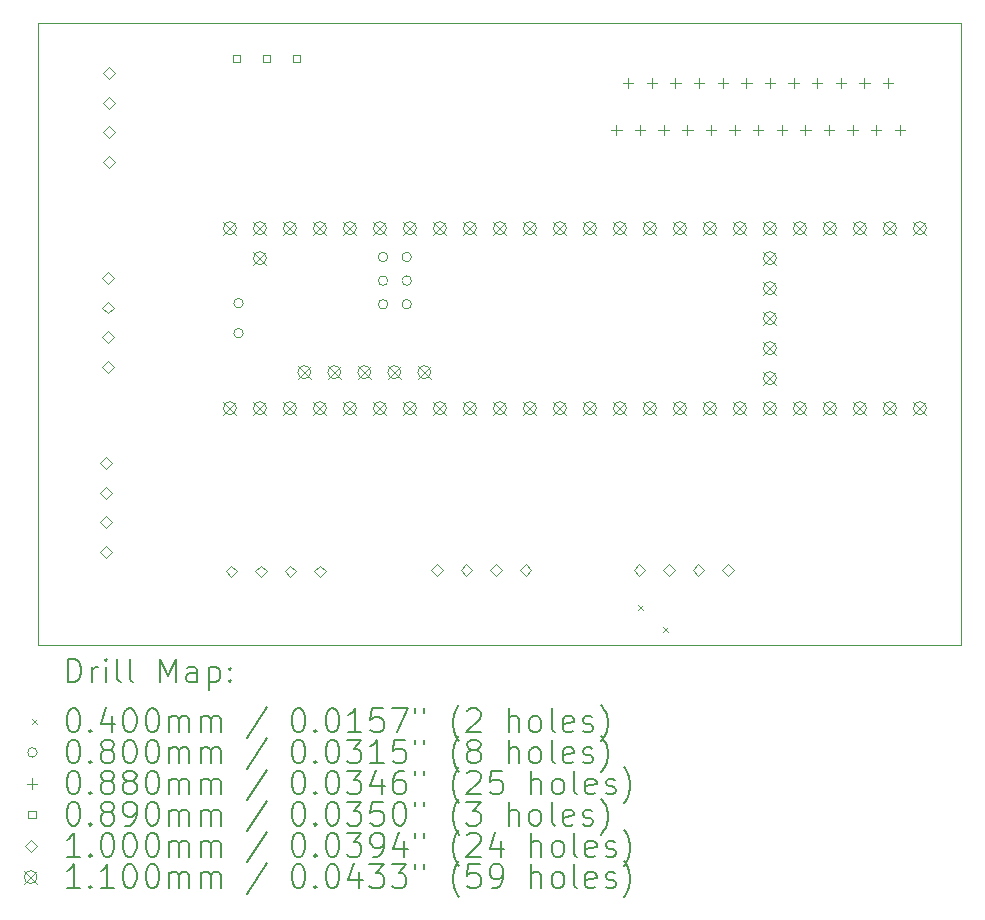
<source format=gbr>
%TF.GenerationSoftware,KiCad,Pcbnew,7.0.7*%
%TF.CreationDate,2024-02-11T14:13:46-05:00*%
%TF.ProjectId,Teddi 2-11-24,54656464-6920-4322-9d31-312d32342e6b,rev?*%
%TF.SameCoordinates,Original*%
%TF.FileFunction,Drillmap*%
%TF.FilePolarity,Positive*%
%FSLAX45Y45*%
G04 Gerber Fmt 4.5, Leading zero omitted, Abs format (unit mm)*
G04 Created by KiCad (PCBNEW 7.0.7) date 2024-02-11 14:13:46*
%MOMM*%
%LPD*%
G01*
G04 APERTURE LIST*
%ADD10C,0.100000*%
%ADD11C,0.200000*%
%ADD12C,0.040000*%
%ADD13C,0.080000*%
%ADD14C,0.088000*%
%ADD15C,0.089000*%
%ADD16C,0.110000*%
G04 APERTURE END LIST*
D10*
X5300000Y-7750000D02*
X13120000Y-7750000D01*
X13120000Y-13020000D01*
X5300000Y-13020000D01*
X5300000Y-7750000D01*
D11*
D12*
X10381300Y-12680000D02*
X10421300Y-12720000D01*
X10421300Y-12680000D02*
X10381300Y-12720000D01*
X10597200Y-12870500D02*
X10637200Y-12910500D01*
X10637200Y-12870500D02*
X10597200Y-12910500D01*
D13*
X7040000Y-10126000D02*
G75*
G03*
X7040000Y-10126000I-40000J0D01*
G01*
X7040000Y-10380000D02*
G75*
G03*
X7040000Y-10380000I-40000J0D01*
G01*
X8264000Y-9734840D02*
G75*
G03*
X8264000Y-9734840I-40000J0D01*
G01*
X8264000Y-9934840D02*
G75*
G03*
X8264000Y-9934840I-40000J0D01*
G01*
X8264000Y-10134840D02*
G75*
G03*
X8264000Y-10134840I-40000J0D01*
G01*
X8464000Y-9734840D02*
G75*
G03*
X8464000Y-9734840I-40000J0D01*
G01*
X8464000Y-9934840D02*
G75*
G03*
X8464000Y-9934840I-40000J0D01*
G01*
X8464000Y-10134840D02*
G75*
G03*
X8464000Y-10134840I-40000J0D01*
G01*
D14*
X10200000Y-8616000D02*
X10200000Y-8704000D01*
X10156000Y-8660000D02*
X10244000Y-8660000D01*
X10300000Y-8216000D02*
X10300000Y-8304000D01*
X10256000Y-8260000D02*
X10344000Y-8260000D01*
X10400000Y-8616000D02*
X10400000Y-8704000D01*
X10356000Y-8660000D02*
X10444000Y-8660000D01*
X10500000Y-8216000D02*
X10500000Y-8304000D01*
X10456000Y-8260000D02*
X10544000Y-8260000D01*
X10600000Y-8616000D02*
X10600000Y-8704000D01*
X10556000Y-8660000D02*
X10644000Y-8660000D01*
X10700000Y-8216000D02*
X10700000Y-8304000D01*
X10656000Y-8260000D02*
X10744000Y-8260000D01*
X10800000Y-8616000D02*
X10800000Y-8704000D01*
X10756000Y-8660000D02*
X10844000Y-8660000D01*
X10900000Y-8216000D02*
X10900000Y-8304000D01*
X10856000Y-8260000D02*
X10944000Y-8260000D01*
X11000000Y-8616000D02*
X11000000Y-8704000D01*
X10956000Y-8660000D02*
X11044000Y-8660000D01*
X11100000Y-8216000D02*
X11100000Y-8304000D01*
X11056000Y-8260000D02*
X11144000Y-8260000D01*
X11200000Y-8616000D02*
X11200000Y-8704000D01*
X11156000Y-8660000D02*
X11244000Y-8660000D01*
X11300000Y-8216000D02*
X11300000Y-8304000D01*
X11256000Y-8260000D02*
X11344000Y-8260000D01*
X11400000Y-8616000D02*
X11400000Y-8704000D01*
X11356000Y-8660000D02*
X11444000Y-8660000D01*
X11500000Y-8216000D02*
X11500000Y-8304000D01*
X11456000Y-8260000D02*
X11544000Y-8260000D01*
X11600000Y-8616000D02*
X11600000Y-8704000D01*
X11556000Y-8660000D02*
X11644000Y-8660000D01*
X11700000Y-8216000D02*
X11700000Y-8304000D01*
X11656000Y-8260000D02*
X11744000Y-8260000D01*
X11800000Y-8616000D02*
X11800000Y-8704000D01*
X11756000Y-8660000D02*
X11844000Y-8660000D01*
X11900000Y-8216000D02*
X11900000Y-8304000D01*
X11856000Y-8260000D02*
X11944000Y-8260000D01*
X12000000Y-8616000D02*
X12000000Y-8704000D01*
X11956000Y-8660000D02*
X12044000Y-8660000D01*
X12100000Y-8216000D02*
X12100000Y-8304000D01*
X12056000Y-8260000D02*
X12144000Y-8260000D01*
X12200000Y-8616000D02*
X12200000Y-8704000D01*
X12156000Y-8660000D02*
X12244000Y-8660000D01*
X12300000Y-8216000D02*
X12300000Y-8304000D01*
X12256000Y-8260000D02*
X12344000Y-8260000D01*
X12400000Y-8616000D02*
X12400000Y-8704000D01*
X12356000Y-8660000D02*
X12444000Y-8660000D01*
X12500000Y-8216000D02*
X12500000Y-8304000D01*
X12456000Y-8260000D02*
X12544000Y-8260000D01*
X12600000Y-8616000D02*
X12600000Y-8704000D01*
X12556000Y-8660000D02*
X12644000Y-8660000D01*
D15*
X7016467Y-8083267D02*
X7016467Y-8020333D01*
X6953533Y-8020333D01*
X6953533Y-8083267D01*
X7016467Y-8083267D01*
X7270467Y-8083267D02*
X7270467Y-8020333D01*
X7207533Y-8020333D01*
X7207533Y-8083267D01*
X7270467Y-8083267D01*
X7524467Y-8083267D02*
X7524467Y-8020333D01*
X7461533Y-8020333D01*
X7461533Y-8083267D01*
X7524467Y-8083267D01*
D10*
X5880100Y-11530800D02*
X5930100Y-11480800D01*
X5880100Y-11430800D01*
X5830100Y-11480800D01*
X5880100Y-11530800D01*
X5880100Y-11780800D02*
X5930100Y-11730800D01*
X5880100Y-11680800D01*
X5830100Y-11730800D01*
X5880100Y-11780800D01*
X5880100Y-12030800D02*
X5930100Y-11980800D01*
X5880100Y-11930800D01*
X5830100Y-11980800D01*
X5880100Y-12030800D01*
X5880100Y-12280800D02*
X5930100Y-12230800D01*
X5880100Y-12180800D01*
X5830100Y-12230800D01*
X5880100Y-12280800D01*
X5892800Y-9963110D02*
X5942800Y-9913110D01*
X5892800Y-9863110D01*
X5842800Y-9913110D01*
X5892800Y-9963110D01*
X5892800Y-10213110D02*
X5942800Y-10163110D01*
X5892800Y-10113110D01*
X5842800Y-10163110D01*
X5892800Y-10213110D01*
X5892800Y-10463110D02*
X5942800Y-10413110D01*
X5892800Y-10363110D01*
X5842800Y-10413110D01*
X5892800Y-10463110D01*
X5892800Y-10713110D02*
X5942800Y-10663110D01*
X5892800Y-10613110D01*
X5842800Y-10663110D01*
X5892800Y-10713110D01*
X5903800Y-8228100D02*
X5953800Y-8178100D01*
X5903800Y-8128100D01*
X5853800Y-8178100D01*
X5903800Y-8228100D01*
X5903800Y-8478100D02*
X5953800Y-8428100D01*
X5903800Y-8378100D01*
X5853800Y-8428100D01*
X5903800Y-8478100D01*
X5903800Y-8728100D02*
X5953800Y-8678100D01*
X5903800Y-8628100D01*
X5853800Y-8678100D01*
X5903800Y-8728100D01*
X5903800Y-8978100D02*
X5953800Y-8928100D01*
X5903800Y-8878100D01*
X5853800Y-8928100D01*
X5903800Y-8978100D01*
X6940200Y-12446900D02*
X6990200Y-12396900D01*
X6940200Y-12346900D01*
X6890200Y-12396900D01*
X6940200Y-12446900D01*
X7190200Y-12446900D02*
X7240200Y-12396900D01*
X7190200Y-12346900D01*
X7140200Y-12396900D01*
X7190200Y-12446900D01*
X7440200Y-12446900D02*
X7490200Y-12396900D01*
X7440200Y-12346900D01*
X7390200Y-12396900D01*
X7440200Y-12446900D01*
X7690200Y-12446900D02*
X7740200Y-12396900D01*
X7690200Y-12346900D01*
X7640200Y-12396900D01*
X7690200Y-12446900D01*
X8680100Y-12434200D02*
X8730100Y-12384200D01*
X8680100Y-12334200D01*
X8630100Y-12384200D01*
X8680100Y-12434200D01*
X8930100Y-12434200D02*
X8980100Y-12384200D01*
X8930100Y-12334200D01*
X8880100Y-12384200D01*
X8930100Y-12434200D01*
X9180100Y-12434200D02*
X9230100Y-12384200D01*
X9180100Y-12334200D01*
X9130100Y-12384200D01*
X9180100Y-12434200D01*
X9430100Y-12434200D02*
X9480100Y-12384200D01*
X9430100Y-12334200D01*
X9380100Y-12384200D01*
X9430100Y-12434200D01*
X10394600Y-12434200D02*
X10444600Y-12384200D01*
X10394600Y-12334200D01*
X10344600Y-12384200D01*
X10394600Y-12434200D01*
X10644600Y-12434200D02*
X10694600Y-12384200D01*
X10644600Y-12334200D01*
X10594600Y-12384200D01*
X10644600Y-12434200D01*
X10894600Y-12434200D02*
X10944600Y-12384200D01*
X10894600Y-12334200D01*
X10844600Y-12384200D01*
X10894600Y-12434200D01*
X11144600Y-12434200D02*
X11194600Y-12384200D01*
X11144600Y-12334200D01*
X11094600Y-12384200D01*
X11144600Y-12434200D01*
D16*
X6872000Y-9436000D02*
X6982000Y-9546000D01*
X6982000Y-9436000D02*
X6872000Y-9546000D01*
X6982000Y-9491000D02*
G75*
G03*
X6982000Y-9491000I-55000J0D01*
G01*
X6872000Y-10960000D02*
X6982000Y-11070000D01*
X6982000Y-10960000D02*
X6872000Y-11070000D01*
X6982000Y-11015000D02*
G75*
G03*
X6982000Y-11015000I-55000J0D01*
G01*
X7126000Y-9436000D02*
X7236000Y-9546000D01*
X7236000Y-9436000D02*
X7126000Y-9546000D01*
X7236000Y-9491000D02*
G75*
G03*
X7236000Y-9491000I-55000J0D01*
G01*
X7126000Y-9690000D02*
X7236000Y-9800000D01*
X7236000Y-9690000D02*
X7126000Y-9800000D01*
X7236000Y-9745000D02*
G75*
G03*
X7236000Y-9745000I-55000J0D01*
G01*
X7126000Y-10960000D02*
X7236000Y-11070000D01*
X7236000Y-10960000D02*
X7126000Y-11070000D01*
X7236000Y-11015000D02*
G75*
G03*
X7236000Y-11015000I-55000J0D01*
G01*
X7380000Y-9436000D02*
X7490000Y-9546000D01*
X7490000Y-9436000D02*
X7380000Y-9546000D01*
X7490000Y-9491000D02*
G75*
G03*
X7490000Y-9491000I-55000J0D01*
G01*
X7380000Y-10960000D02*
X7490000Y-11070000D01*
X7490000Y-10960000D02*
X7380000Y-11070000D01*
X7490000Y-11015000D02*
G75*
G03*
X7490000Y-11015000I-55000J0D01*
G01*
X7501920Y-10654920D02*
X7611920Y-10764920D01*
X7611920Y-10654920D02*
X7501920Y-10764920D01*
X7611920Y-10709920D02*
G75*
G03*
X7611920Y-10709920I-55000J0D01*
G01*
X7634000Y-9436000D02*
X7744000Y-9546000D01*
X7744000Y-9436000D02*
X7634000Y-9546000D01*
X7744000Y-9491000D02*
G75*
G03*
X7744000Y-9491000I-55000J0D01*
G01*
X7634000Y-10960000D02*
X7744000Y-11070000D01*
X7744000Y-10960000D02*
X7634000Y-11070000D01*
X7744000Y-11015000D02*
G75*
G03*
X7744000Y-11015000I-55000J0D01*
G01*
X7755920Y-10654920D02*
X7865920Y-10764920D01*
X7865920Y-10654920D02*
X7755920Y-10764920D01*
X7865920Y-10709920D02*
G75*
G03*
X7865920Y-10709920I-55000J0D01*
G01*
X7888000Y-9436000D02*
X7998000Y-9546000D01*
X7998000Y-9436000D02*
X7888000Y-9546000D01*
X7998000Y-9491000D02*
G75*
G03*
X7998000Y-9491000I-55000J0D01*
G01*
X7888000Y-10960000D02*
X7998000Y-11070000D01*
X7998000Y-10960000D02*
X7888000Y-11070000D01*
X7998000Y-11015000D02*
G75*
G03*
X7998000Y-11015000I-55000J0D01*
G01*
X8009920Y-10654920D02*
X8119920Y-10764920D01*
X8119920Y-10654920D02*
X8009920Y-10764920D01*
X8119920Y-10709920D02*
G75*
G03*
X8119920Y-10709920I-55000J0D01*
G01*
X8142000Y-9436000D02*
X8252000Y-9546000D01*
X8252000Y-9436000D02*
X8142000Y-9546000D01*
X8252000Y-9491000D02*
G75*
G03*
X8252000Y-9491000I-55000J0D01*
G01*
X8142000Y-10960000D02*
X8252000Y-11070000D01*
X8252000Y-10960000D02*
X8142000Y-11070000D01*
X8252000Y-11015000D02*
G75*
G03*
X8252000Y-11015000I-55000J0D01*
G01*
X8263920Y-10654920D02*
X8373920Y-10764920D01*
X8373920Y-10654920D02*
X8263920Y-10764920D01*
X8373920Y-10709920D02*
G75*
G03*
X8373920Y-10709920I-55000J0D01*
G01*
X8396000Y-9436000D02*
X8506000Y-9546000D01*
X8506000Y-9436000D02*
X8396000Y-9546000D01*
X8506000Y-9491000D02*
G75*
G03*
X8506000Y-9491000I-55000J0D01*
G01*
X8396000Y-10960000D02*
X8506000Y-11070000D01*
X8506000Y-10960000D02*
X8396000Y-11070000D01*
X8506000Y-11015000D02*
G75*
G03*
X8506000Y-11015000I-55000J0D01*
G01*
X8517920Y-10654920D02*
X8627920Y-10764920D01*
X8627920Y-10654920D02*
X8517920Y-10764920D01*
X8627920Y-10709920D02*
G75*
G03*
X8627920Y-10709920I-55000J0D01*
G01*
X8650000Y-9436000D02*
X8760000Y-9546000D01*
X8760000Y-9436000D02*
X8650000Y-9546000D01*
X8760000Y-9491000D02*
G75*
G03*
X8760000Y-9491000I-55000J0D01*
G01*
X8650000Y-10960000D02*
X8760000Y-11070000D01*
X8760000Y-10960000D02*
X8650000Y-11070000D01*
X8760000Y-11015000D02*
G75*
G03*
X8760000Y-11015000I-55000J0D01*
G01*
X8904000Y-9436000D02*
X9014000Y-9546000D01*
X9014000Y-9436000D02*
X8904000Y-9546000D01*
X9014000Y-9491000D02*
G75*
G03*
X9014000Y-9491000I-55000J0D01*
G01*
X8904000Y-10960000D02*
X9014000Y-11070000D01*
X9014000Y-10960000D02*
X8904000Y-11070000D01*
X9014000Y-11015000D02*
G75*
G03*
X9014000Y-11015000I-55000J0D01*
G01*
X9158000Y-9436000D02*
X9268000Y-9546000D01*
X9268000Y-9436000D02*
X9158000Y-9546000D01*
X9268000Y-9491000D02*
G75*
G03*
X9268000Y-9491000I-55000J0D01*
G01*
X9158000Y-10960000D02*
X9268000Y-11070000D01*
X9268000Y-10960000D02*
X9158000Y-11070000D01*
X9268000Y-11015000D02*
G75*
G03*
X9268000Y-11015000I-55000J0D01*
G01*
X9412000Y-9436000D02*
X9522000Y-9546000D01*
X9522000Y-9436000D02*
X9412000Y-9546000D01*
X9522000Y-9491000D02*
G75*
G03*
X9522000Y-9491000I-55000J0D01*
G01*
X9412000Y-10960000D02*
X9522000Y-11070000D01*
X9522000Y-10960000D02*
X9412000Y-11070000D01*
X9522000Y-11015000D02*
G75*
G03*
X9522000Y-11015000I-55000J0D01*
G01*
X9666000Y-9436000D02*
X9776000Y-9546000D01*
X9776000Y-9436000D02*
X9666000Y-9546000D01*
X9776000Y-9491000D02*
G75*
G03*
X9776000Y-9491000I-55000J0D01*
G01*
X9666000Y-10960000D02*
X9776000Y-11070000D01*
X9776000Y-10960000D02*
X9666000Y-11070000D01*
X9776000Y-11015000D02*
G75*
G03*
X9776000Y-11015000I-55000J0D01*
G01*
X9920000Y-9436000D02*
X10030000Y-9546000D01*
X10030000Y-9436000D02*
X9920000Y-9546000D01*
X10030000Y-9491000D02*
G75*
G03*
X10030000Y-9491000I-55000J0D01*
G01*
X9920000Y-10960000D02*
X10030000Y-11070000D01*
X10030000Y-10960000D02*
X9920000Y-11070000D01*
X10030000Y-11015000D02*
G75*
G03*
X10030000Y-11015000I-55000J0D01*
G01*
X10174000Y-9436000D02*
X10284000Y-9546000D01*
X10284000Y-9436000D02*
X10174000Y-9546000D01*
X10284000Y-9491000D02*
G75*
G03*
X10284000Y-9491000I-55000J0D01*
G01*
X10174000Y-10960000D02*
X10284000Y-11070000D01*
X10284000Y-10960000D02*
X10174000Y-11070000D01*
X10284000Y-11015000D02*
G75*
G03*
X10284000Y-11015000I-55000J0D01*
G01*
X10428000Y-9436000D02*
X10538000Y-9546000D01*
X10538000Y-9436000D02*
X10428000Y-9546000D01*
X10538000Y-9491000D02*
G75*
G03*
X10538000Y-9491000I-55000J0D01*
G01*
X10428000Y-10960000D02*
X10538000Y-11070000D01*
X10538000Y-10960000D02*
X10428000Y-11070000D01*
X10538000Y-11015000D02*
G75*
G03*
X10538000Y-11015000I-55000J0D01*
G01*
X10682000Y-9436000D02*
X10792000Y-9546000D01*
X10792000Y-9436000D02*
X10682000Y-9546000D01*
X10792000Y-9491000D02*
G75*
G03*
X10792000Y-9491000I-55000J0D01*
G01*
X10682000Y-10960000D02*
X10792000Y-11070000D01*
X10792000Y-10960000D02*
X10682000Y-11070000D01*
X10792000Y-11015000D02*
G75*
G03*
X10792000Y-11015000I-55000J0D01*
G01*
X10936000Y-9436000D02*
X11046000Y-9546000D01*
X11046000Y-9436000D02*
X10936000Y-9546000D01*
X11046000Y-9491000D02*
G75*
G03*
X11046000Y-9491000I-55000J0D01*
G01*
X10936000Y-10960000D02*
X11046000Y-11070000D01*
X11046000Y-10960000D02*
X10936000Y-11070000D01*
X11046000Y-11015000D02*
G75*
G03*
X11046000Y-11015000I-55000J0D01*
G01*
X11190000Y-9436000D02*
X11300000Y-9546000D01*
X11300000Y-9436000D02*
X11190000Y-9546000D01*
X11300000Y-9491000D02*
G75*
G03*
X11300000Y-9491000I-55000J0D01*
G01*
X11190000Y-10960000D02*
X11300000Y-11070000D01*
X11300000Y-10960000D02*
X11190000Y-11070000D01*
X11300000Y-11015000D02*
G75*
G03*
X11300000Y-11015000I-55000J0D01*
G01*
X11444000Y-9436000D02*
X11554000Y-9546000D01*
X11554000Y-9436000D02*
X11444000Y-9546000D01*
X11554000Y-9491000D02*
G75*
G03*
X11554000Y-9491000I-55000J0D01*
G01*
X11444000Y-9690000D02*
X11554000Y-9800000D01*
X11554000Y-9690000D02*
X11444000Y-9800000D01*
X11554000Y-9745000D02*
G75*
G03*
X11554000Y-9745000I-55000J0D01*
G01*
X11444000Y-9944000D02*
X11554000Y-10054000D01*
X11554000Y-9944000D02*
X11444000Y-10054000D01*
X11554000Y-9999000D02*
G75*
G03*
X11554000Y-9999000I-55000J0D01*
G01*
X11444000Y-10198000D02*
X11554000Y-10308000D01*
X11554000Y-10198000D02*
X11444000Y-10308000D01*
X11554000Y-10253000D02*
G75*
G03*
X11554000Y-10253000I-55000J0D01*
G01*
X11444000Y-10452000D02*
X11554000Y-10562000D01*
X11554000Y-10452000D02*
X11444000Y-10562000D01*
X11554000Y-10507000D02*
G75*
G03*
X11554000Y-10507000I-55000J0D01*
G01*
X11444000Y-10706000D02*
X11554000Y-10816000D01*
X11554000Y-10706000D02*
X11444000Y-10816000D01*
X11554000Y-10761000D02*
G75*
G03*
X11554000Y-10761000I-55000J0D01*
G01*
X11444000Y-10960000D02*
X11554000Y-11070000D01*
X11554000Y-10960000D02*
X11444000Y-11070000D01*
X11554000Y-11015000D02*
G75*
G03*
X11554000Y-11015000I-55000J0D01*
G01*
X11698000Y-9436000D02*
X11808000Y-9546000D01*
X11808000Y-9436000D02*
X11698000Y-9546000D01*
X11808000Y-9491000D02*
G75*
G03*
X11808000Y-9491000I-55000J0D01*
G01*
X11698000Y-10960000D02*
X11808000Y-11070000D01*
X11808000Y-10960000D02*
X11698000Y-11070000D01*
X11808000Y-11015000D02*
G75*
G03*
X11808000Y-11015000I-55000J0D01*
G01*
X11952000Y-9436000D02*
X12062000Y-9546000D01*
X12062000Y-9436000D02*
X11952000Y-9546000D01*
X12062000Y-9491000D02*
G75*
G03*
X12062000Y-9491000I-55000J0D01*
G01*
X11952000Y-10960000D02*
X12062000Y-11070000D01*
X12062000Y-10960000D02*
X11952000Y-11070000D01*
X12062000Y-11015000D02*
G75*
G03*
X12062000Y-11015000I-55000J0D01*
G01*
X12206000Y-9436000D02*
X12316000Y-9546000D01*
X12316000Y-9436000D02*
X12206000Y-9546000D01*
X12316000Y-9491000D02*
G75*
G03*
X12316000Y-9491000I-55000J0D01*
G01*
X12206000Y-10960000D02*
X12316000Y-11070000D01*
X12316000Y-10960000D02*
X12206000Y-11070000D01*
X12316000Y-11015000D02*
G75*
G03*
X12316000Y-11015000I-55000J0D01*
G01*
X12460000Y-9436000D02*
X12570000Y-9546000D01*
X12570000Y-9436000D02*
X12460000Y-9546000D01*
X12570000Y-9491000D02*
G75*
G03*
X12570000Y-9491000I-55000J0D01*
G01*
X12460000Y-10960000D02*
X12570000Y-11070000D01*
X12570000Y-10960000D02*
X12460000Y-11070000D01*
X12570000Y-11015000D02*
G75*
G03*
X12570000Y-11015000I-55000J0D01*
G01*
X12714000Y-9436000D02*
X12824000Y-9546000D01*
X12824000Y-9436000D02*
X12714000Y-9546000D01*
X12824000Y-9491000D02*
G75*
G03*
X12824000Y-9491000I-55000J0D01*
G01*
X12714000Y-10960000D02*
X12824000Y-11070000D01*
X12824000Y-10960000D02*
X12714000Y-11070000D01*
X12824000Y-11015000D02*
G75*
G03*
X12824000Y-11015000I-55000J0D01*
G01*
D11*
X5555777Y-13336484D02*
X5555777Y-13136484D01*
X5555777Y-13136484D02*
X5603396Y-13136484D01*
X5603396Y-13136484D02*
X5631967Y-13146008D01*
X5631967Y-13146008D02*
X5651015Y-13165055D01*
X5651015Y-13165055D02*
X5660539Y-13184103D01*
X5660539Y-13184103D02*
X5670062Y-13222198D01*
X5670062Y-13222198D02*
X5670062Y-13250769D01*
X5670062Y-13250769D02*
X5660539Y-13288865D01*
X5660539Y-13288865D02*
X5651015Y-13307912D01*
X5651015Y-13307912D02*
X5631967Y-13326960D01*
X5631967Y-13326960D02*
X5603396Y-13336484D01*
X5603396Y-13336484D02*
X5555777Y-13336484D01*
X5755777Y-13336484D02*
X5755777Y-13203150D01*
X5755777Y-13241246D02*
X5765301Y-13222198D01*
X5765301Y-13222198D02*
X5774824Y-13212674D01*
X5774824Y-13212674D02*
X5793872Y-13203150D01*
X5793872Y-13203150D02*
X5812920Y-13203150D01*
X5879586Y-13336484D02*
X5879586Y-13203150D01*
X5879586Y-13136484D02*
X5870062Y-13146008D01*
X5870062Y-13146008D02*
X5879586Y-13155531D01*
X5879586Y-13155531D02*
X5889110Y-13146008D01*
X5889110Y-13146008D02*
X5879586Y-13136484D01*
X5879586Y-13136484D02*
X5879586Y-13155531D01*
X6003396Y-13336484D02*
X5984348Y-13326960D01*
X5984348Y-13326960D02*
X5974824Y-13307912D01*
X5974824Y-13307912D02*
X5974824Y-13136484D01*
X6108158Y-13336484D02*
X6089110Y-13326960D01*
X6089110Y-13326960D02*
X6079586Y-13307912D01*
X6079586Y-13307912D02*
X6079586Y-13136484D01*
X6336729Y-13336484D02*
X6336729Y-13136484D01*
X6336729Y-13136484D02*
X6403396Y-13279341D01*
X6403396Y-13279341D02*
X6470062Y-13136484D01*
X6470062Y-13136484D02*
X6470062Y-13336484D01*
X6651015Y-13336484D02*
X6651015Y-13231722D01*
X6651015Y-13231722D02*
X6641491Y-13212674D01*
X6641491Y-13212674D02*
X6622443Y-13203150D01*
X6622443Y-13203150D02*
X6584348Y-13203150D01*
X6584348Y-13203150D02*
X6565301Y-13212674D01*
X6651015Y-13326960D02*
X6631967Y-13336484D01*
X6631967Y-13336484D02*
X6584348Y-13336484D01*
X6584348Y-13336484D02*
X6565301Y-13326960D01*
X6565301Y-13326960D02*
X6555777Y-13307912D01*
X6555777Y-13307912D02*
X6555777Y-13288865D01*
X6555777Y-13288865D02*
X6565301Y-13269817D01*
X6565301Y-13269817D02*
X6584348Y-13260293D01*
X6584348Y-13260293D02*
X6631967Y-13260293D01*
X6631967Y-13260293D02*
X6651015Y-13250769D01*
X6746253Y-13203150D02*
X6746253Y-13403150D01*
X6746253Y-13212674D02*
X6765301Y-13203150D01*
X6765301Y-13203150D02*
X6803396Y-13203150D01*
X6803396Y-13203150D02*
X6822443Y-13212674D01*
X6822443Y-13212674D02*
X6831967Y-13222198D01*
X6831967Y-13222198D02*
X6841491Y-13241246D01*
X6841491Y-13241246D02*
X6841491Y-13298388D01*
X6841491Y-13298388D02*
X6831967Y-13317436D01*
X6831967Y-13317436D02*
X6822443Y-13326960D01*
X6822443Y-13326960D02*
X6803396Y-13336484D01*
X6803396Y-13336484D02*
X6765301Y-13336484D01*
X6765301Y-13336484D02*
X6746253Y-13326960D01*
X6927205Y-13317436D02*
X6936729Y-13326960D01*
X6936729Y-13326960D02*
X6927205Y-13336484D01*
X6927205Y-13336484D02*
X6917682Y-13326960D01*
X6917682Y-13326960D02*
X6927205Y-13317436D01*
X6927205Y-13317436D02*
X6927205Y-13336484D01*
X6927205Y-13212674D02*
X6936729Y-13222198D01*
X6936729Y-13222198D02*
X6927205Y-13231722D01*
X6927205Y-13231722D02*
X6917682Y-13222198D01*
X6917682Y-13222198D02*
X6927205Y-13212674D01*
X6927205Y-13212674D02*
X6927205Y-13231722D01*
D12*
X5255000Y-13645000D02*
X5295000Y-13685000D01*
X5295000Y-13645000D02*
X5255000Y-13685000D01*
D11*
X5593872Y-13556484D02*
X5612920Y-13556484D01*
X5612920Y-13556484D02*
X5631967Y-13566008D01*
X5631967Y-13566008D02*
X5641491Y-13575531D01*
X5641491Y-13575531D02*
X5651015Y-13594579D01*
X5651015Y-13594579D02*
X5660539Y-13632674D01*
X5660539Y-13632674D02*
X5660539Y-13680293D01*
X5660539Y-13680293D02*
X5651015Y-13718388D01*
X5651015Y-13718388D02*
X5641491Y-13737436D01*
X5641491Y-13737436D02*
X5631967Y-13746960D01*
X5631967Y-13746960D02*
X5612920Y-13756484D01*
X5612920Y-13756484D02*
X5593872Y-13756484D01*
X5593872Y-13756484D02*
X5574824Y-13746960D01*
X5574824Y-13746960D02*
X5565301Y-13737436D01*
X5565301Y-13737436D02*
X5555777Y-13718388D01*
X5555777Y-13718388D02*
X5546253Y-13680293D01*
X5546253Y-13680293D02*
X5546253Y-13632674D01*
X5546253Y-13632674D02*
X5555777Y-13594579D01*
X5555777Y-13594579D02*
X5565301Y-13575531D01*
X5565301Y-13575531D02*
X5574824Y-13566008D01*
X5574824Y-13566008D02*
X5593872Y-13556484D01*
X5746253Y-13737436D02*
X5755777Y-13746960D01*
X5755777Y-13746960D02*
X5746253Y-13756484D01*
X5746253Y-13756484D02*
X5736729Y-13746960D01*
X5736729Y-13746960D02*
X5746253Y-13737436D01*
X5746253Y-13737436D02*
X5746253Y-13756484D01*
X5927205Y-13623150D02*
X5927205Y-13756484D01*
X5879586Y-13546960D02*
X5831967Y-13689817D01*
X5831967Y-13689817D02*
X5955777Y-13689817D01*
X6070062Y-13556484D02*
X6089110Y-13556484D01*
X6089110Y-13556484D02*
X6108158Y-13566008D01*
X6108158Y-13566008D02*
X6117682Y-13575531D01*
X6117682Y-13575531D02*
X6127205Y-13594579D01*
X6127205Y-13594579D02*
X6136729Y-13632674D01*
X6136729Y-13632674D02*
X6136729Y-13680293D01*
X6136729Y-13680293D02*
X6127205Y-13718388D01*
X6127205Y-13718388D02*
X6117682Y-13737436D01*
X6117682Y-13737436D02*
X6108158Y-13746960D01*
X6108158Y-13746960D02*
X6089110Y-13756484D01*
X6089110Y-13756484D02*
X6070062Y-13756484D01*
X6070062Y-13756484D02*
X6051015Y-13746960D01*
X6051015Y-13746960D02*
X6041491Y-13737436D01*
X6041491Y-13737436D02*
X6031967Y-13718388D01*
X6031967Y-13718388D02*
X6022443Y-13680293D01*
X6022443Y-13680293D02*
X6022443Y-13632674D01*
X6022443Y-13632674D02*
X6031967Y-13594579D01*
X6031967Y-13594579D02*
X6041491Y-13575531D01*
X6041491Y-13575531D02*
X6051015Y-13566008D01*
X6051015Y-13566008D02*
X6070062Y-13556484D01*
X6260539Y-13556484D02*
X6279586Y-13556484D01*
X6279586Y-13556484D02*
X6298634Y-13566008D01*
X6298634Y-13566008D02*
X6308158Y-13575531D01*
X6308158Y-13575531D02*
X6317682Y-13594579D01*
X6317682Y-13594579D02*
X6327205Y-13632674D01*
X6327205Y-13632674D02*
X6327205Y-13680293D01*
X6327205Y-13680293D02*
X6317682Y-13718388D01*
X6317682Y-13718388D02*
X6308158Y-13737436D01*
X6308158Y-13737436D02*
X6298634Y-13746960D01*
X6298634Y-13746960D02*
X6279586Y-13756484D01*
X6279586Y-13756484D02*
X6260539Y-13756484D01*
X6260539Y-13756484D02*
X6241491Y-13746960D01*
X6241491Y-13746960D02*
X6231967Y-13737436D01*
X6231967Y-13737436D02*
X6222443Y-13718388D01*
X6222443Y-13718388D02*
X6212920Y-13680293D01*
X6212920Y-13680293D02*
X6212920Y-13632674D01*
X6212920Y-13632674D02*
X6222443Y-13594579D01*
X6222443Y-13594579D02*
X6231967Y-13575531D01*
X6231967Y-13575531D02*
X6241491Y-13566008D01*
X6241491Y-13566008D02*
X6260539Y-13556484D01*
X6412920Y-13756484D02*
X6412920Y-13623150D01*
X6412920Y-13642198D02*
X6422443Y-13632674D01*
X6422443Y-13632674D02*
X6441491Y-13623150D01*
X6441491Y-13623150D02*
X6470063Y-13623150D01*
X6470063Y-13623150D02*
X6489110Y-13632674D01*
X6489110Y-13632674D02*
X6498634Y-13651722D01*
X6498634Y-13651722D02*
X6498634Y-13756484D01*
X6498634Y-13651722D02*
X6508158Y-13632674D01*
X6508158Y-13632674D02*
X6527205Y-13623150D01*
X6527205Y-13623150D02*
X6555777Y-13623150D01*
X6555777Y-13623150D02*
X6574824Y-13632674D01*
X6574824Y-13632674D02*
X6584348Y-13651722D01*
X6584348Y-13651722D02*
X6584348Y-13756484D01*
X6679586Y-13756484D02*
X6679586Y-13623150D01*
X6679586Y-13642198D02*
X6689110Y-13632674D01*
X6689110Y-13632674D02*
X6708158Y-13623150D01*
X6708158Y-13623150D02*
X6736729Y-13623150D01*
X6736729Y-13623150D02*
X6755777Y-13632674D01*
X6755777Y-13632674D02*
X6765301Y-13651722D01*
X6765301Y-13651722D02*
X6765301Y-13756484D01*
X6765301Y-13651722D02*
X6774824Y-13632674D01*
X6774824Y-13632674D02*
X6793872Y-13623150D01*
X6793872Y-13623150D02*
X6822443Y-13623150D01*
X6822443Y-13623150D02*
X6841491Y-13632674D01*
X6841491Y-13632674D02*
X6851015Y-13651722D01*
X6851015Y-13651722D02*
X6851015Y-13756484D01*
X7241491Y-13546960D02*
X7070063Y-13804103D01*
X7498634Y-13556484D02*
X7517682Y-13556484D01*
X7517682Y-13556484D02*
X7536729Y-13566008D01*
X7536729Y-13566008D02*
X7546253Y-13575531D01*
X7546253Y-13575531D02*
X7555777Y-13594579D01*
X7555777Y-13594579D02*
X7565301Y-13632674D01*
X7565301Y-13632674D02*
X7565301Y-13680293D01*
X7565301Y-13680293D02*
X7555777Y-13718388D01*
X7555777Y-13718388D02*
X7546253Y-13737436D01*
X7546253Y-13737436D02*
X7536729Y-13746960D01*
X7536729Y-13746960D02*
X7517682Y-13756484D01*
X7517682Y-13756484D02*
X7498634Y-13756484D01*
X7498634Y-13756484D02*
X7479586Y-13746960D01*
X7479586Y-13746960D02*
X7470063Y-13737436D01*
X7470063Y-13737436D02*
X7460539Y-13718388D01*
X7460539Y-13718388D02*
X7451015Y-13680293D01*
X7451015Y-13680293D02*
X7451015Y-13632674D01*
X7451015Y-13632674D02*
X7460539Y-13594579D01*
X7460539Y-13594579D02*
X7470063Y-13575531D01*
X7470063Y-13575531D02*
X7479586Y-13566008D01*
X7479586Y-13566008D02*
X7498634Y-13556484D01*
X7651015Y-13737436D02*
X7660539Y-13746960D01*
X7660539Y-13746960D02*
X7651015Y-13756484D01*
X7651015Y-13756484D02*
X7641491Y-13746960D01*
X7641491Y-13746960D02*
X7651015Y-13737436D01*
X7651015Y-13737436D02*
X7651015Y-13756484D01*
X7784348Y-13556484D02*
X7803396Y-13556484D01*
X7803396Y-13556484D02*
X7822444Y-13566008D01*
X7822444Y-13566008D02*
X7831967Y-13575531D01*
X7831967Y-13575531D02*
X7841491Y-13594579D01*
X7841491Y-13594579D02*
X7851015Y-13632674D01*
X7851015Y-13632674D02*
X7851015Y-13680293D01*
X7851015Y-13680293D02*
X7841491Y-13718388D01*
X7841491Y-13718388D02*
X7831967Y-13737436D01*
X7831967Y-13737436D02*
X7822444Y-13746960D01*
X7822444Y-13746960D02*
X7803396Y-13756484D01*
X7803396Y-13756484D02*
X7784348Y-13756484D01*
X7784348Y-13756484D02*
X7765301Y-13746960D01*
X7765301Y-13746960D02*
X7755777Y-13737436D01*
X7755777Y-13737436D02*
X7746253Y-13718388D01*
X7746253Y-13718388D02*
X7736729Y-13680293D01*
X7736729Y-13680293D02*
X7736729Y-13632674D01*
X7736729Y-13632674D02*
X7746253Y-13594579D01*
X7746253Y-13594579D02*
X7755777Y-13575531D01*
X7755777Y-13575531D02*
X7765301Y-13566008D01*
X7765301Y-13566008D02*
X7784348Y-13556484D01*
X8041491Y-13756484D02*
X7927206Y-13756484D01*
X7984348Y-13756484D02*
X7984348Y-13556484D01*
X7984348Y-13556484D02*
X7965301Y-13585055D01*
X7965301Y-13585055D02*
X7946253Y-13604103D01*
X7946253Y-13604103D02*
X7927206Y-13613627D01*
X8222444Y-13556484D02*
X8127206Y-13556484D01*
X8127206Y-13556484D02*
X8117682Y-13651722D01*
X8117682Y-13651722D02*
X8127206Y-13642198D01*
X8127206Y-13642198D02*
X8146253Y-13632674D01*
X8146253Y-13632674D02*
X8193872Y-13632674D01*
X8193872Y-13632674D02*
X8212920Y-13642198D01*
X8212920Y-13642198D02*
X8222444Y-13651722D01*
X8222444Y-13651722D02*
X8231967Y-13670769D01*
X8231967Y-13670769D02*
X8231967Y-13718388D01*
X8231967Y-13718388D02*
X8222444Y-13737436D01*
X8222444Y-13737436D02*
X8212920Y-13746960D01*
X8212920Y-13746960D02*
X8193872Y-13756484D01*
X8193872Y-13756484D02*
X8146253Y-13756484D01*
X8146253Y-13756484D02*
X8127206Y-13746960D01*
X8127206Y-13746960D02*
X8117682Y-13737436D01*
X8298634Y-13556484D02*
X8431968Y-13556484D01*
X8431968Y-13556484D02*
X8346253Y-13756484D01*
X8498634Y-13556484D02*
X8498634Y-13594579D01*
X8574825Y-13556484D02*
X8574825Y-13594579D01*
X8870063Y-13832674D02*
X8860539Y-13823150D01*
X8860539Y-13823150D02*
X8841491Y-13794579D01*
X8841491Y-13794579D02*
X8831968Y-13775531D01*
X8831968Y-13775531D02*
X8822444Y-13746960D01*
X8822444Y-13746960D02*
X8812920Y-13699341D01*
X8812920Y-13699341D02*
X8812920Y-13661246D01*
X8812920Y-13661246D02*
X8822444Y-13613627D01*
X8822444Y-13613627D02*
X8831968Y-13585055D01*
X8831968Y-13585055D02*
X8841491Y-13566008D01*
X8841491Y-13566008D02*
X8860539Y-13537436D01*
X8860539Y-13537436D02*
X8870063Y-13527912D01*
X8936730Y-13575531D02*
X8946253Y-13566008D01*
X8946253Y-13566008D02*
X8965301Y-13556484D01*
X8965301Y-13556484D02*
X9012920Y-13556484D01*
X9012920Y-13556484D02*
X9031968Y-13566008D01*
X9031968Y-13566008D02*
X9041491Y-13575531D01*
X9041491Y-13575531D02*
X9051015Y-13594579D01*
X9051015Y-13594579D02*
X9051015Y-13613627D01*
X9051015Y-13613627D02*
X9041491Y-13642198D01*
X9041491Y-13642198D02*
X8927206Y-13756484D01*
X8927206Y-13756484D02*
X9051015Y-13756484D01*
X9289111Y-13756484D02*
X9289111Y-13556484D01*
X9374825Y-13756484D02*
X9374825Y-13651722D01*
X9374825Y-13651722D02*
X9365301Y-13632674D01*
X9365301Y-13632674D02*
X9346253Y-13623150D01*
X9346253Y-13623150D02*
X9317682Y-13623150D01*
X9317682Y-13623150D02*
X9298634Y-13632674D01*
X9298634Y-13632674D02*
X9289111Y-13642198D01*
X9498634Y-13756484D02*
X9479587Y-13746960D01*
X9479587Y-13746960D02*
X9470063Y-13737436D01*
X9470063Y-13737436D02*
X9460539Y-13718388D01*
X9460539Y-13718388D02*
X9460539Y-13661246D01*
X9460539Y-13661246D02*
X9470063Y-13642198D01*
X9470063Y-13642198D02*
X9479587Y-13632674D01*
X9479587Y-13632674D02*
X9498634Y-13623150D01*
X9498634Y-13623150D02*
X9527206Y-13623150D01*
X9527206Y-13623150D02*
X9546253Y-13632674D01*
X9546253Y-13632674D02*
X9555777Y-13642198D01*
X9555777Y-13642198D02*
X9565301Y-13661246D01*
X9565301Y-13661246D02*
X9565301Y-13718388D01*
X9565301Y-13718388D02*
X9555777Y-13737436D01*
X9555777Y-13737436D02*
X9546253Y-13746960D01*
X9546253Y-13746960D02*
X9527206Y-13756484D01*
X9527206Y-13756484D02*
X9498634Y-13756484D01*
X9679587Y-13756484D02*
X9660539Y-13746960D01*
X9660539Y-13746960D02*
X9651015Y-13727912D01*
X9651015Y-13727912D02*
X9651015Y-13556484D01*
X9831968Y-13746960D02*
X9812920Y-13756484D01*
X9812920Y-13756484D02*
X9774825Y-13756484D01*
X9774825Y-13756484D02*
X9755777Y-13746960D01*
X9755777Y-13746960D02*
X9746253Y-13727912D01*
X9746253Y-13727912D02*
X9746253Y-13651722D01*
X9746253Y-13651722D02*
X9755777Y-13632674D01*
X9755777Y-13632674D02*
X9774825Y-13623150D01*
X9774825Y-13623150D02*
X9812920Y-13623150D01*
X9812920Y-13623150D02*
X9831968Y-13632674D01*
X9831968Y-13632674D02*
X9841492Y-13651722D01*
X9841492Y-13651722D02*
X9841492Y-13670769D01*
X9841492Y-13670769D02*
X9746253Y-13689817D01*
X9917682Y-13746960D02*
X9936730Y-13756484D01*
X9936730Y-13756484D02*
X9974825Y-13756484D01*
X9974825Y-13756484D02*
X9993873Y-13746960D01*
X9993873Y-13746960D02*
X10003396Y-13727912D01*
X10003396Y-13727912D02*
X10003396Y-13718388D01*
X10003396Y-13718388D02*
X9993873Y-13699341D01*
X9993873Y-13699341D02*
X9974825Y-13689817D01*
X9974825Y-13689817D02*
X9946253Y-13689817D01*
X9946253Y-13689817D02*
X9927206Y-13680293D01*
X9927206Y-13680293D02*
X9917682Y-13661246D01*
X9917682Y-13661246D02*
X9917682Y-13651722D01*
X9917682Y-13651722D02*
X9927206Y-13632674D01*
X9927206Y-13632674D02*
X9946253Y-13623150D01*
X9946253Y-13623150D02*
X9974825Y-13623150D01*
X9974825Y-13623150D02*
X9993873Y-13632674D01*
X10070063Y-13832674D02*
X10079587Y-13823150D01*
X10079587Y-13823150D02*
X10098634Y-13794579D01*
X10098634Y-13794579D02*
X10108158Y-13775531D01*
X10108158Y-13775531D02*
X10117682Y-13746960D01*
X10117682Y-13746960D02*
X10127206Y-13699341D01*
X10127206Y-13699341D02*
X10127206Y-13661246D01*
X10127206Y-13661246D02*
X10117682Y-13613627D01*
X10117682Y-13613627D02*
X10108158Y-13585055D01*
X10108158Y-13585055D02*
X10098634Y-13566008D01*
X10098634Y-13566008D02*
X10079587Y-13537436D01*
X10079587Y-13537436D02*
X10070063Y-13527912D01*
D13*
X5295000Y-13929000D02*
G75*
G03*
X5295000Y-13929000I-40000J0D01*
G01*
D11*
X5593872Y-13820484D02*
X5612920Y-13820484D01*
X5612920Y-13820484D02*
X5631967Y-13830008D01*
X5631967Y-13830008D02*
X5641491Y-13839531D01*
X5641491Y-13839531D02*
X5651015Y-13858579D01*
X5651015Y-13858579D02*
X5660539Y-13896674D01*
X5660539Y-13896674D02*
X5660539Y-13944293D01*
X5660539Y-13944293D02*
X5651015Y-13982388D01*
X5651015Y-13982388D02*
X5641491Y-14001436D01*
X5641491Y-14001436D02*
X5631967Y-14010960D01*
X5631967Y-14010960D02*
X5612920Y-14020484D01*
X5612920Y-14020484D02*
X5593872Y-14020484D01*
X5593872Y-14020484D02*
X5574824Y-14010960D01*
X5574824Y-14010960D02*
X5565301Y-14001436D01*
X5565301Y-14001436D02*
X5555777Y-13982388D01*
X5555777Y-13982388D02*
X5546253Y-13944293D01*
X5546253Y-13944293D02*
X5546253Y-13896674D01*
X5546253Y-13896674D02*
X5555777Y-13858579D01*
X5555777Y-13858579D02*
X5565301Y-13839531D01*
X5565301Y-13839531D02*
X5574824Y-13830008D01*
X5574824Y-13830008D02*
X5593872Y-13820484D01*
X5746253Y-14001436D02*
X5755777Y-14010960D01*
X5755777Y-14010960D02*
X5746253Y-14020484D01*
X5746253Y-14020484D02*
X5736729Y-14010960D01*
X5736729Y-14010960D02*
X5746253Y-14001436D01*
X5746253Y-14001436D02*
X5746253Y-14020484D01*
X5870062Y-13906198D02*
X5851015Y-13896674D01*
X5851015Y-13896674D02*
X5841491Y-13887150D01*
X5841491Y-13887150D02*
X5831967Y-13868103D01*
X5831967Y-13868103D02*
X5831967Y-13858579D01*
X5831967Y-13858579D02*
X5841491Y-13839531D01*
X5841491Y-13839531D02*
X5851015Y-13830008D01*
X5851015Y-13830008D02*
X5870062Y-13820484D01*
X5870062Y-13820484D02*
X5908158Y-13820484D01*
X5908158Y-13820484D02*
X5927205Y-13830008D01*
X5927205Y-13830008D02*
X5936729Y-13839531D01*
X5936729Y-13839531D02*
X5946253Y-13858579D01*
X5946253Y-13858579D02*
X5946253Y-13868103D01*
X5946253Y-13868103D02*
X5936729Y-13887150D01*
X5936729Y-13887150D02*
X5927205Y-13896674D01*
X5927205Y-13896674D02*
X5908158Y-13906198D01*
X5908158Y-13906198D02*
X5870062Y-13906198D01*
X5870062Y-13906198D02*
X5851015Y-13915722D01*
X5851015Y-13915722D02*
X5841491Y-13925246D01*
X5841491Y-13925246D02*
X5831967Y-13944293D01*
X5831967Y-13944293D02*
X5831967Y-13982388D01*
X5831967Y-13982388D02*
X5841491Y-14001436D01*
X5841491Y-14001436D02*
X5851015Y-14010960D01*
X5851015Y-14010960D02*
X5870062Y-14020484D01*
X5870062Y-14020484D02*
X5908158Y-14020484D01*
X5908158Y-14020484D02*
X5927205Y-14010960D01*
X5927205Y-14010960D02*
X5936729Y-14001436D01*
X5936729Y-14001436D02*
X5946253Y-13982388D01*
X5946253Y-13982388D02*
X5946253Y-13944293D01*
X5946253Y-13944293D02*
X5936729Y-13925246D01*
X5936729Y-13925246D02*
X5927205Y-13915722D01*
X5927205Y-13915722D02*
X5908158Y-13906198D01*
X6070062Y-13820484D02*
X6089110Y-13820484D01*
X6089110Y-13820484D02*
X6108158Y-13830008D01*
X6108158Y-13830008D02*
X6117682Y-13839531D01*
X6117682Y-13839531D02*
X6127205Y-13858579D01*
X6127205Y-13858579D02*
X6136729Y-13896674D01*
X6136729Y-13896674D02*
X6136729Y-13944293D01*
X6136729Y-13944293D02*
X6127205Y-13982388D01*
X6127205Y-13982388D02*
X6117682Y-14001436D01*
X6117682Y-14001436D02*
X6108158Y-14010960D01*
X6108158Y-14010960D02*
X6089110Y-14020484D01*
X6089110Y-14020484D02*
X6070062Y-14020484D01*
X6070062Y-14020484D02*
X6051015Y-14010960D01*
X6051015Y-14010960D02*
X6041491Y-14001436D01*
X6041491Y-14001436D02*
X6031967Y-13982388D01*
X6031967Y-13982388D02*
X6022443Y-13944293D01*
X6022443Y-13944293D02*
X6022443Y-13896674D01*
X6022443Y-13896674D02*
X6031967Y-13858579D01*
X6031967Y-13858579D02*
X6041491Y-13839531D01*
X6041491Y-13839531D02*
X6051015Y-13830008D01*
X6051015Y-13830008D02*
X6070062Y-13820484D01*
X6260539Y-13820484D02*
X6279586Y-13820484D01*
X6279586Y-13820484D02*
X6298634Y-13830008D01*
X6298634Y-13830008D02*
X6308158Y-13839531D01*
X6308158Y-13839531D02*
X6317682Y-13858579D01*
X6317682Y-13858579D02*
X6327205Y-13896674D01*
X6327205Y-13896674D02*
X6327205Y-13944293D01*
X6327205Y-13944293D02*
X6317682Y-13982388D01*
X6317682Y-13982388D02*
X6308158Y-14001436D01*
X6308158Y-14001436D02*
X6298634Y-14010960D01*
X6298634Y-14010960D02*
X6279586Y-14020484D01*
X6279586Y-14020484D02*
X6260539Y-14020484D01*
X6260539Y-14020484D02*
X6241491Y-14010960D01*
X6241491Y-14010960D02*
X6231967Y-14001436D01*
X6231967Y-14001436D02*
X6222443Y-13982388D01*
X6222443Y-13982388D02*
X6212920Y-13944293D01*
X6212920Y-13944293D02*
X6212920Y-13896674D01*
X6212920Y-13896674D02*
X6222443Y-13858579D01*
X6222443Y-13858579D02*
X6231967Y-13839531D01*
X6231967Y-13839531D02*
X6241491Y-13830008D01*
X6241491Y-13830008D02*
X6260539Y-13820484D01*
X6412920Y-14020484D02*
X6412920Y-13887150D01*
X6412920Y-13906198D02*
X6422443Y-13896674D01*
X6422443Y-13896674D02*
X6441491Y-13887150D01*
X6441491Y-13887150D02*
X6470063Y-13887150D01*
X6470063Y-13887150D02*
X6489110Y-13896674D01*
X6489110Y-13896674D02*
X6498634Y-13915722D01*
X6498634Y-13915722D02*
X6498634Y-14020484D01*
X6498634Y-13915722D02*
X6508158Y-13896674D01*
X6508158Y-13896674D02*
X6527205Y-13887150D01*
X6527205Y-13887150D02*
X6555777Y-13887150D01*
X6555777Y-13887150D02*
X6574824Y-13896674D01*
X6574824Y-13896674D02*
X6584348Y-13915722D01*
X6584348Y-13915722D02*
X6584348Y-14020484D01*
X6679586Y-14020484D02*
X6679586Y-13887150D01*
X6679586Y-13906198D02*
X6689110Y-13896674D01*
X6689110Y-13896674D02*
X6708158Y-13887150D01*
X6708158Y-13887150D02*
X6736729Y-13887150D01*
X6736729Y-13887150D02*
X6755777Y-13896674D01*
X6755777Y-13896674D02*
X6765301Y-13915722D01*
X6765301Y-13915722D02*
X6765301Y-14020484D01*
X6765301Y-13915722D02*
X6774824Y-13896674D01*
X6774824Y-13896674D02*
X6793872Y-13887150D01*
X6793872Y-13887150D02*
X6822443Y-13887150D01*
X6822443Y-13887150D02*
X6841491Y-13896674D01*
X6841491Y-13896674D02*
X6851015Y-13915722D01*
X6851015Y-13915722D02*
X6851015Y-14020484D01*
X7241491Y-13810960D02*
X7070063Y-14068103D01*
X7498634Y-13820484D02*
X7517682Y-13820484D01*
X7517682Y-13820484D02*
X7536729Y-13830008D01*
X7536729Y-13830008D02*
X7546253Y-13839531D01*
X7546253Y-13839531D02*
X7555777Y-13858579D01*
X7555777Y-13858579D02*
X7565301Y-13896674D01*
X7565301Y-13896674D02*
X7565301Y-13944293D01*
X7565301Y-13944293D02*
X7555777Y-13982388D01*
X7555777Y-13982388D02*
X7546253Y-14001436D01*
X7546253Y-14001436D02*
X7536729Y-14010960D01*
X7536729Y-14010960D02*
X7517682Y-14020484D01*
X7517682Y-14020484D02*
X7498634Y-14020484D01*
X7498634Y-14020484D02*
X7479586Y-14010960D01*
X7479586Y-14010960D02*
X7470063Y-14001436D01*
X7470063Y-14001436D02*
X7460539Y-13982388D01*
X7460539Y-13982388D02*
X7451015Y-13944293D01*
X7451015Y-13944293D02*
X7451015Y-13896674D01*
X7451015Y-13896674D02*
X7460539Y-13858579D01*
X7460539Y-13858579D02*
X7470063Y-13839531D01*
X7470063Y-13839531D02*
X7479586Y-13830008D01*
X7479586Y-13830008D02*
X7498634Y-13820484D01*
X7651015Y-14001436D02*
X7660539Y-14010960D01*
X7660539Y-14010960D02*
X7651015Y-14020484D01*
X7651015Y-14020484D02*
X7641491Y-14010960D01*
X7641491Y-14010960D02*
X7651015Y-14001436D01*
X7651015Y-14001436D02*
X7651015Y-14020484D01*
X7784348Y-13820484D02*
X7803396Y-13820484D01*
X7803396Y-13820484D02*
X7822444Y-13830008D01*
X7822444Y-13830008D02*
X7831967Y-13839531D01*
X7831967Y-13839531D02*
X7841491Y-13858579D01*
X7841491Y-13858579D02*
X7851015Y-13896674D01*
X7851015Y-13896674D02*
X7851015Y-13944293D01*
X7851015Y-13944293D02*
X7841491Y-13982388D01*
X7841491Y-13982388D02*
X7831967Y-14001436D01*
X7831967Y-14001436D02*
X7822444Y-14010960D01*
X7822444Y-14010960D02*
X7803396Y-14020484D01*
X7803396Y-14020484D02*
X7784348Y-14020484D01*
X7784348Y-14020484D02*
X7765301Y-14010960D01*
X7765301Y-14010960D02*
X7755777Y-14001436D01*
X7755777Y-14001436D02*
X7746253Y-13982388D01*
X7746253Y-13982388D02*
X7736729Y-13944293D01*
X7736729Y-13944293D02*
X7736729Y-13896674D01*
X7736729Y-13896674D02*
X7746253Y-13858579D01*
X7746253Y-13858579D02*
X7755777Y-13839531D01*
X7755777Y-13839531D02*
X7765301Y-13830008D01*
X7765301Y-13830008D02*
X7784348Y-13820484D01*
X7917682Y-13820484D02*
X8041491Y-13820484D01*
X8041491Y-13820484D02*
X7974825Y-13896674D01*
X7974825Y-13896674D02*
X8003396Y-13896674D01*
X8003396Y-13896674D02*
X8022444Y-13906198D01*
X8022444Y-13906198D02*
X8031967Y-13915722D01*
X8031967Y-13915722D02*
X8041491Y-13934769D01*
X8041491Y-13934769D02*
X8041491Y-13982388D01*
X8041491Y-13982388D02*
X8031967Y-14001436D01*
X8031967Y-14001436D02*
X8022444Y-14010960D01*
X8022444Y-14010960D02*
X8003396Y-14020484D01*
X8003396Y-14020484D02*
X7946253Y-14020484D01*
X7946253Y-14020484D02*
X7927206Y-14010960D01*
X7927206Y-14010960D02*
X7917682Y-14001436D01*
X8231967Y-14020484D02*
X8117682Y-14020484D01*
X8174825Y-14020484D02*
X8174825Y-13820484D01*
X8174825Y-13820484D02*
X8155777Y-13849055D01*
X8155777Y-13849055D02*
X8136729Y-13868103D01*
X8136729Y-13868103D02*
X8117682Y-13877627D01*
X8412920Y-13820484D02*
X8317682Y-13820484D01*
X8317682Y-13820484D02*
X8308158Y-13915722D01*
X8308158Y-13915722D02*
X8317682Y-13906198D01*
X8317682Y-13906198D02*
X8336729Y-13896674D01*
X8336729Y-13896674D02*
X8384348Y-13896674D01*
X8384348Y-13896674D02*
X8403396Y-13906198D01*
X8403396Y-13906198D02*
X8412920Y-13915722D01*
X8412920Y-13915722D02*
X8422444Y-13934769D01*
X8422444Y-13934769D02*
X8422444Y-13982388D01*
X8422444Y-13982388D02*
X8412920Y-14001436D01*
X8412920Y-14001436D02*
X8403396Y-14010960D01*
X8403396Y-14010960D02*
X8384348Y-14020484D01*
X8384348Y-14020484D02*
X8336729Y-14020484D01*
X8336729Y-14020484D02*
X8317682Y-14010960D01*
X8317682Y-14010960D02*
X8308158Y-14001436D01*
X8498634Y-13820484D02*
X8498634Y-13858579D01*
X8574825Y-13820484D02*
X8574825Y-13858579D01*
X8870063Y-14096674D02*
X8860539Y-14087150D01*
X8860539Y-14087150D02*
X8841491Y-14058579D01*
X8841491Y-14058579D02*
X8831968Y-14039531D01*
X8831968Y-14039531D02*
X8822444Y-14010960D01*
X8822444Y-14010960D02*
X8812920Y-13963341D01*
X8812920Y-13963341D02*
X8812920Y-13925246D01*
X8812920Y-13925246D02*
X8822444Y-13877627D01*
X8822444Y-13877627D02*
X8831968Y-13849055D01*
X8831968Y-13849055D02*
X8841491Y-13830008D01*
X8841491Y-13830008D02*
X8860539Y-13801436D01*
X8860539Y-13801436D02*
X8870063Y-13791912D01*
X8974825Y-13906198D02*
X8955777Y-13896674D01*
X8955777Y-13896674D02*
X8946253Y-13887150D01*
X8946253Y-13887150D02*
X8936730Y-13868103D01*
X8936730Y-13868103D02*
X8936730Y-13858579D01*
X8936730Y-13858579D02*
X8946253Y-13839531D01*
X8946253Y-13839531D02*
X8955777Y-13830008D01*
X8955777Y-13830008D02*
X8974825Y-13820484D01*
X8974825Y-13820484D02*
X9012920Y-13820484D01*
X9012920Y-13820484D02*
X9031968Y-13830008D01*
X9031968Y-13830008D02*
X9041491Y-13839531D01*
X9041491Y-13839531D02*
X9051015Y-13858579D01*
X9051015Y-13858579D02*
X9051015Y-13868103D01*
X9051015Y-13868103D02*
X9041491Y-13887150D01*
X9041491Y-13887150D02*
X9031968Y-13896674D01*
X9031968Y-13896674D02*
X9012920Y-13906198D01*
X9012920Y-13906198D02*
X8974825Y-13906198D01*
X8974825Y-13906198D02*
X8955777Y-13915722D01*
X8955777Y-13915722D02*
X8946253Y-13925246D01*
X8946253Y-13925246D02*
X8936730Y-13944293D01*
X8936730Y-13944293D02*
X8936730Y-13982388D01*
X8936730Y-13982388D02*
X8946253Y-14001436D01*
X8946253Y-14001436D02*
X8955777Y-14010960D01*
X8955777Y-14010960D02*
X8974825Y-14020484D01*
X8974825Y-14020484D02*
X9012920Y-14020484D01*
X9012920Y-14020484D02*
X9031968Y-14010960D01*
X9031968Y-14010960D02*
X9041491Y-14001436D01*
X9041491Y-14001436D02*
X9051015Y-13982388D01*
X9051015Y-13982388D02*
X9051015Y-13944293D01*
X9051015Y-13944293D02*
X9041491Y-13925246D01*
X9041491Y-13925246D02*
X9031968Y-13915722D01*
X9031968Y-13915722D02*
X9012920Y-13906198D01*
X9289111Y-14020484D02*
X9289111Y-13820484D01*
X9374825Y-14020484D02*
X9374825Y-13915722D01*
X9374825Y-13915722D02*
X9365301Y-13896674D01*
X9365301Y-13896674D02*
X9346253Y-13887150D01*
X9346253Y-13887150D02*
X9317682Y-13887150D01*
X9317682Y-13887150D02*
X9298634Y-13896674D01*
X9298634Y-13896674D02*
X9289111Y-13906198D01*
X9498634Y-14020484D02*
X9479587Y-14010960D01*
X9479587Y-14010960D02*
X9470063Y-14001436D01*
X9470063Y-14001436D02*
X9460539Y-13982388D01*
X9460539Y-13982388D02*
X9460539Y-13925246D01*
X9460539Y-13925246D02*
X9470063Y-13906198D01*
X9470063Y-13906198D02*
X9479587Y-13896674D01*
X9479587Y-13896674D02*
X9498634Y-13887150D01*
X9498634Y-13887150D02*
X9527206Y-13887150D01*
X9527206Y-13887150D02*
X9546253Y-13896674D01*
X9546253Y-13896674D02*
X9555777Y-13906198D01*
X9555777Y-13906198D02*
X9565301Y-13925246D01*
X9565301Y-13925246D02*
X9565301Y-13982388D01*
X9565301Y-13982388D02*
X9555777Y-14001436D01*
X9555777Y-14001436D02*
X9546253Y-14010960D01*
X9546253Y-14010960D02*
X9527206Y-14020484D01*
X9527206Y-14020484D02*
X9498634Y-14020484D01*
X9679587Y-14020484D02*
X9660539Y-14010960D01*
X9660539Y-14010960D02*
X9651015Y-13991912D01*
X9651015Y-13991912D02*
X9651015Y-13820484D01*
X9831968Y-14010960D02*
X9812920Y-14020484D01*
X9812920Y-14020484D02*
X9774825Y-14020484D01*
X9774825Y-14020484D02*
X9755777Y-14010960D01*
X9755777Y-14010960D02*
X9746253Y-13991912D01*
X9746253Y-13991912D02*
X9746253Y-13915722D01*
X9746253Y-13915722D02*
X9755777Y-13896674D01*
X9755777Y-13896674D02*
X9774825Y-13887150D01*
X9774825Y-13887150D02*
X9812920Y-13887150D01*
X9812920Y-13887150D02*
X9831968Y-13896674D01*
X9831968Y-13896674D02*
X9841492Y-13915722D01*
X9841492Y-13915722D02*
X9841492Y-13934769D01*
X9841492Y-13934769D02*
X9746253Y-13953817D01*
X9917682Y-14010960D02*
X9936730Y-14020484D01*
X9936730Y-14020484D02*
X9974825Y-14020484D01*
X9974825Y-14020484D02*
X9993873Y-14010960D01*
X9993873Y-14010960D02*
X10003396Y-13991912D01*
X10003396Y-13991912D02*
X10003396Y-13982388D01*
X10003396Y-13982388D02*
X9993873Y-13963341D01*
X9993873Y-13963341D02*
X9974825Y-13953817D01*
X9974825Y-13953817D02*
X9946253Y-13953817D01*
X9946253Y-13953817D02*
X9927206Y-13944293D01*
X9927206Y-13944293D02*
X9917682Y-13925246D01*
X9917682Y-13925246D02*
X9917682Y-13915722D01*
X9917682Y-13915722D02*
X9927206Y-13896674D01*
X9927206Y-13896674D02*
X9946253Y-13887150D01*
X9946253Y-13887150D02*
X9974825Y-13887150D01*
X9974825Y-13887150D02*
X9993873Y-13896674D01*
X10070063Y-14096674D02*
X10079587Y-14087150D01*
X10079587Y-14087150D02*
X10098634Y-14058579D01*
X10098634Y-14058579D02*
X10108158Y-14039531D01*
X10108158Y-14039531D02*
X10117682Y-14010960D01*
X10117682Y-14010960D02*
X10127206Y-13963341D01*
X10127206Y-13963341D02*
X10127206Y-13925246D01*
X10127206Y-13925246D02*
X10117682Y-13877627D01*
X10117682Y-13877627D02*
X10108158Y-13849055D01*
X10108158Y-13849055D02*
X10098634Y-13830008D01*
X10098634Y-13830008D02*
X10079587Y-13801436D01*
X10079587Y-13801436D02*
X10070063Y-13791912D01*
D14*
X5251000Y-14149000D02*
X5251000Y-14237000D01*
X5207000Y-14193000D02*
X5295000Y-14193000D01*
D11*
X5593872Y-14084484D02*
X5612920Y-14084484D01*
X5612920Y-14084484D02*
X5631967Y-14094008D01*
X5631967Y-14094008D02*
X5641491Y-14103531D01*
X5641491Y-14103531D02*
X5651015Y-14122579D01*
X5651015Y-14122579D02*
X5660539Y-14160674D01*
X5660539Y-14160674D02*
X5660539Y-14208293D01*
X5660539Y-14208293D02*
X5651015Y-14246388D01*
X5651015Y-14246388D02*
X5641491Y-14265436D01*
X5641491Y-14265436D02*
X5631967Y-14274960D01*
X5631967Y-14274960D02*
X5612920Y-14284484D01*
X5612920Y-14284484D02*
X5593872Y-14284484D01*
X5593872Y-14284484D02*
X5574824Y-14274960D01*
X5574824Y-14274960D02*
X5565301Y-14265436D01*
X5565301Y-14265436D02*
X5555777Y-14246388D01*
X5555777Y-14246388D02*
X5546253Y-14208293D01*
X5546253Y-14208293D02*
X5546253Y-14160674D01*
X5546253Y-14160674D02*
X5555777Y-14122579D01*
X5555777Y-14122579D02*
X5565301Y-14103531D01*
X5565301Y-14103531D02*
X5574824Y-14094008D01*
X5574824Y-14094008D02*
X5593872Y-14084484D01*
X5746253Y-14265436D02*
X5755777Y-14274960D01*
X5755777Y-14274960D02*
X5746253Y-14284484D01*
X5746253Y-14284484D02*
X5736729Y-14274960D01*
X5736729Y-14274960D02*
X5746253Y-14265436D01*
X5746253Y-14265436D02*
X5746253Y-14284484D01*
X5870062Y-14170198D02*
X5851015Y-14160674D01*
X5851015Y-14160674D02*
X5841491Y-14151150D01*
X5841491Y-14151150D02*
X5831967Y-14132103D01*
X5831967Y-14132103D02*
X5831967Y-14122579D01*
X5831967Y-14122579D02*
X5841491Y-14103531D01*
X5841491Y-14103531D02*
X5851015Y-14094008D01*
X5851015Y-14094008D02*
X5870062Y-14084484D01*
X5870062Y-14084484D02*
X5908158Y-14084484D01*
X5908158Y-14084484D02*
X5927205Y-14094008D01*
X5927205Y-14094008D02*
X5936729Y-14103531D01*
X5936729Y-14103531D02*
X5946253Y-14122579D01*
X5946253Y-14122579D02*
X5946253Y-14132103D01*
X5946253Y-14132103D02*
X5936729Y-14151150D01*
X5936729Y-14151150D02*
X5927205Y-14160674D01*
X5927205Y-14160674D02*
X5908158Y-14170198D01*
X5908158Y-14170198D02*
X5870062Y-14170198D01*
X5870062Y-14170198D02*
X5851015Y-14179722D01*
X5851015Y-14179722D02*
X5841491Y-14189246D01*
X5841491Y-14189246D02*
X5831967Y-14208293D01*
X5831967Y-14208293D02*
X5831967Y-14246388D01*
X5831967Y-14246388D02*
X5841491Y-14265436D01*
X5841491Y-14265436D02*
X5851015Y-14274960D01*
X5851015Y-14274960D02*
X5870062Y-14284484D01*
X5870062Y-14284484D02*
X5908158Y-14284484D01*
X5908158Y-14284484D02*
X5927205Y-14274960D01*
X5927205Y-14274960D02*
X5936729Y-14265436D01*
X5936729Y-14265436D02*
X5946253Y-14246388D01*
X5946253Y-14246388D02*
X5946253Y-14208293D01*
X5946253Y-14208293D02*
X5936729Y-14189246D01*
X5936729Y-14189246D02*
X5927205Y-14179722D01*
X5927205Y-14179722D02*
X5908158Y-14170198D01*
X6060539Y-14170198D02*
X6041491Y-14160674D01*
X6041491Y-14160674D02*
X6031967Y-14151150D01*
X6031967Y-14151150D02*
X6022443Y-14132103D01*
X6022443Y-14132103D02*
X6022443Y-14122579D01*
X6022443Y-14122579D02*
X6031967Y-14103531D01*
X6031967Y-14103531D02*
X6041491Y-14094008D01*
X6041491Y-14094008D02*
X6060539Y-14084484D01*
X6060539Y-14084484D02*
X6098634Y-14084484D01*
X6098634Y-14084484D02*
X6117682Y-14094008D01*
X6117682Y-14094008D02*
X6127205Y-14103531D01*
X6127205Y-14103531D02*
X6136729Y-14122579D01*
X6136729Y-14122579D02*
X6136729Y-14132103D01*
X6136729Y-14132103D02*
X6127205Y-14151150D01*
X6127205Y-14151150D02*
X6117682Y-14160674D01*
X6117682Y-14160674D02*
X6098634Y-14170198D01*
X6098634Y-14170198D02*
X6060539Y-14170198D01*
X6060539Y-14170198D02*
X6041491Y-14179722D01*
X6041491Y-14179722D02*
X6031967Y-14189246D01*
X6031967Y-14189246D02*
X6022443Y-14208293D01*
X6022443Y-14208293D02*
X6022443Y-14246388D01*
X6022443Y-14246388D02*
X6031967Y-14265436D01*
X6031967Y-14265436D02*
X6041491Y-14274960D01*
X6041491Y-14274960D02*
X6060539Y-14284484D01*
X6060539Y-14284484D02*
X6098634Y-14284484D01*
X6098634Y-14284484D02*
X6117682Y-14274960D01*
X6117682Y-14274960D02*
X6127205Y-14265436D01*
X6127205Y-14265436D02*
X6136729Y-14246388D01*
X6136729Y-14246388D02*
X6136729Y-14208293D01*
X6136729Y-14208293D02*
X6127205Y-14189246D01*
X6127205Y-14189246D02*
X6117682Y-14179722D01*
X6117682Y-14179722D02*
X6098634Y-14170198D01*
X6260539Y-14084484D02*
X6279586Y-14084484D01*
X6279586Y-14084484D02*
X6298634Y-14094008D01*
X6298634Y-14094008D02*
X6308158Y-14103531D01*
X6308158Y-14103531D02*
X6317682Y-14122579D01*
X6317682Y-14122579D02*
X6327205Y-14160674D01*
X6327205Y-14160674D02*
X6327205Y-14208293D01*
X6327205Y-14208293D02*
X6317682Y-14246388D01*
X6317682Y-14246388D02*
X6308158Y-14265436D01*
X6308158Y-14265436D02*
X6298634Y-14274960D01*
X6298634Y-14274960D02*
X6279586Y-14284484D01*
X6279586Y-14284484D02*
X6260539Y-14284484D01*
X6260539Y-14284484D02*
X6241491Y-14274960D01*
X6241491Y-14274960D02*
X6231967Y-14265436D01*
X6231967Y-14265436D02*
X6222443Y-14246388D01*
X6222443Y-14246388D02*
X6212920Y-14208293D01*
X6212920Y-14208293D02*
X6212920Y-14160674D01*
X6212920Y-14160674D02*
X6222443Y-14122579D01*
X6222443Y-14122579D02*
X6231967Y-14103531D01*
X6231967Y-14103531D02*
X6241491Y-14094008D01*
X6241491Y-14094008D02*
X6260539Y-14084484D01*
X6412920Y-14284484D02*
X6412920Y-14151150D01*
X6412920Y-14170198D02*
X6422443Y-14160674D01*
X6422443Y-14160674D02*
X6441491Y-14151150D01*
X6441491Y-14151150D02*
X6470063Y-14151150D01*
X6470063Y-14151150D02*
X6489110Y-14160674D01*
X6489110Y-14160674D02*
X6498634Y-14179722D01*
X6498634Y-14179722D02*
X6498634Y-14284484D01*
X6498634Y-14179722D02*
X6508158Y-14160674D01*
X6508158Y-14160674D02*
X6527205Y-14151150D01*
X6527205Y-14151150D02*
X6555777Y-14151150D01*
X6555777Y-14151150D02*
X6574824Y-14160674D01*
X6574824Y-14160674D02*
X6584348Y-14179722D01*
X6584348Y-14179722D02*
X6584348Y-14284484D01*
X6679586Y-14284484D02*
X6679586Y-14151150D01*
X6679586Y-14170198D02*
X6689110Y-14160674D01*
X6689110Y-14160674D02*
X6708158Y-14151150D01*
X6708158Y-14151150D02*
X6736729Y-14151150D01*
X6736729Y-14151150D02*
X6755777Y-14160674D01*
X6755777Y-14160674D02*
X6765301Y-14179722D01*
X6765301Y-14179722D02*
X6765301Y-14284484D01*
X6765301Y-14179722D02*
X6774824Y-14160674D01*
X6774824Y-14160674D02*
X6793872Y-14151150D01*
X6793872Y-14151150D02*
X6822443Y-14151150D01*
X6822443Y-14151150D02*
X6841491Y-14160674D01*
X6841491Y-14160674D02*
X6851015Y-14179722D01*
X6851015Y-14179722D02*
X6851015Y-14284484D01*
X7241491Y-14074960D02*
X7070063Y-14332103D01*
X7498634Y-14084484D02*
X7517682Y-14084484D01*
X7517682Y-14084484D02*
X7536729Y-14094008D01*
X7536729Y-14094008D02*
X7546253Y-14103531D01*
X7546253Y-14103531D02*
X7555777Y-14122579D01*
X7555777Y-14122579D02*
X7565301Y-14160674D01*
X7565301Y-14160674D02*
X7565301Y-14208293D01*
X7565301Y-14208293D02*
X7555777Y-14246388D01*
X7555777Y-14246388D02*
X7546253Y-14265436D01*
X7546253Y-14265436D02*
X7536729Y-14274960D01*
X7536729Y-14274960D02*
X7517682Y-14284484D01*
X7517682Y-14284484D02*
X7498634Y-14284484D01*
X7498634Y-14284484D02*
X7479586Y-14274960D01*
X7479586Y-14274960D02*
X7470063Y-14265436D01*
X7470063Y-14265436D02*
X7460539Y-14246388D01*
X7460539Y-14246388D02*
X7451015Y-14208293D01*
X7451015Y-14208293D02*
X7451015Y-14160674D01*
X7451015Y-14160674D02*
X7460539Y-14122579D01*
X7460539Y-14122579D02*
X7470063Y-14103531D01*
X7470063Y-14103531D02*
X7479586Y-14094008D01*
X7479586Y-14094008D02*
X7498634Y-14084484D01*
X7651015Y-14265436D02*
X7660539Y-14274960D01*
X7660539Y-14274960D02*
X7651015Y-14284484D01*
X7651015Y-14284484D02*
X7641491Y-14274960D01*
X7641491Y-14274960D02*
X7651015Y-14265436D01*
X7651015Y-14265436D02*
X7651015Y-14284484D01*
X7784348Y-14084484D02*
X7803396Y-14084484D01*
X7803396Y-14084484D02*
X7822444Y-14094008D01*
X7822444Y-14094008D02*
X7831967Y-14103531D01*
X7831967Y-14103531D02*
X7841491Y-14122579D01*
X7841491Y-14122579D02*
X7851015Y-14160674D01*
X7851015Y-14160674D02*
X7851015Y-14208293D01*
X7851015Y-14208293D02*
X7841491Y-14246388D01*
X7841491Y-14246388D02*
X7831967Y-14265436D01*
X7831967Y-14265436D02*
X7822444Y-14274960D01*
X7822444Y-14274960D02*
X7803396Y-14284484D01*
X7803396Y-14284484D02*
X7784348Y-14284484D01*
X7784348Y-14284484D02*
X7765301Y-14274960D01*
X7765301Y-14274960D02*
X7755777Y-14265436D01*
X7755777Y-14265436D02*
X7746253Y-14246388D01*
X7746253Y-14246388D02*
X7736729Y-14208293D01*
X7736729Y-14208293D02*
X7736729Y-14160674D01*
X7736729Y-14160674D02*
X7746253Y-14122579D01*
X7746253Y-14122579D02*
X7755777Y-14103531D01*
X7755777Y-14103531D02*
X7765301Y-14094008D01*
X7765301Y-14094008D02*
X7784348Y-14084484D01*
X7917682Y-14084484D02*
X8041491Y-14084484D01*
X8041491Y-14084484D02*
X7974825Y-14160674D01*
X7974825Y-14160674D02*
X8003396Y-14160674D01*
X8003396Y-14160674D02*
X8022444Y-14170198D01*
X8022444Y-14170198D02*
X8031967Y-14179722D01*
X8031967Y-14179722D02*
X8041491Y-14198769D01*
X8041491Y-14198769D02*
X8041491Y-14246388D01*
X8041491Y-14246388D02*
X8031967Y-14265436D01*
X8031967Y-14265436D02*
X8022444Y-14274960D01*
X8022444Y-14274960D02*
X8003396Y-14284484D01*
X8003396Y-14284484D02*
X7946253Y-14284484D01*
X7946253Y-14284484D02*
X7927206Y-14274960D01*
X7927206Y-14274960D02*
X7917682Y-14265436D01*
X8212920Y-14151150D02*
X8212920Y-14284484D01*
X8165301Y-14074960D02*
X8117682Y-14217817D01*
X8117682Y-14217817D02*
X8241491Y-14217817D01*
X8403396Y-14084484D02*
X8365301Y-14084484D01*
X8365301Y-14084484D02*
X8346253Y-14094008D01*
X8346253Y-14094008D02*
X8336729Y-14103531D01*
X8336729Y-14103531D02*
X8317682Y-14132103D01*
X8317682Y-14132103D02*
X8308158Y-14170198D01*
X8308158Y-14170198D02*
X8308158Y-14246388D01*
X8308158Y-14246388D02*
X8317682Y-14265436D01*
X8317682Y-14265436D02*
X8327206Y-14274960D01*
X8327206Y-14274960D02*
X8346253Y-14284484D01*
X8346253Y-14284484D02*
X8384348Y-14284484D01*
X8384348Y-14284484D02*
X8403396Y-14274960D01*
X8403396Y-14274960D02*
X8412920Y-14265436D01*
X8412920Y-14265436D02*
X8422444Y-14246388D01*
X8422444Y-14246388D02*
X8422444Y-14198769D01*
X8422444Y-14198769D02*
X8412920Y-14179722D01*
X8412920Y-14179722D02*
X8403396Y-14170198D01*
X8403396Y-14170198D02*
X8384348Y-14160674D01*
X8384348Y-14160674D02*
X8346253Y-14160674D01*
X8346253Y-14160674D02*
X8327206Y-14170198D01*
X8327206Y-14170198D02*
X8317682Y-14179722D01*
X8317682Y-14179722D02*
X8308158Y-14198769D01*
X8498634Y-14084484D02*
X8498634Y-14122579D01*
X8574825Y-14084484D02*
X8574825Y-14122579D01*
X8870063Y-14360674D02*
X8860539Y-14351150D01*
X8860539Y-14351150D02*
X8841491Y-14322579D01*
X8841491Y-14322579D02*
X8831968Y-14303531D01*
X8831968Y-14303531D02*
X8822444Y-14274960D01*
X8822444Y-14274960D02*
X8812920Y-14227341D01*
X8812920Y-14227341D02*
X8812920Y-14189246D01*
X8812920Y-14189246D02*
X8822444Y-14141627D01*
X8822444Y-14141627D02*
X8831968Y-14113055D01*
X8831968Y-14113055D02*
X8841491Y-14094008D01*
X8841491Y-14094008D02*
X8860539Y-14065436D01*
X8860539Y-14065436D02*
X8870063Y-14055912D01*
X8936730Y-14103531D02*
X8946253Y-14094008D01*
X8946253Y-14094008D02*
X8965301Y-14084484D01*
X8965301Y-14084484D02*
X9012920Y-14084484D01*
X9012920Y-14084484D02*
X9031968Y-14094008D01*
X9031968Y-14094008D02*
X9041491Y-14103531D01*
X9041491Y-14103531D02*
X9051015Y-14122579D01*
X9051015Y-14122579D02*
X9051015Y-14141627D01*
X9051015Y-14141627D02*
X9041491Y-14170198D01*
X9041491Y-14170198D02*
X8927206Y-14284484D01*
X8927206Y-14284484D02*
X9051015Y-14284484D01*
X9231968Y-14084484D02*
X9136730Y-14084484D01*
X9136730Y-14084484D02*
X9127206Y-14179722D01*
X9127206Y-14179722D02*
X9136730Y-14170198D01*
X9136730Y-14170198D02*
X9155777Y-14160674D01*
X9155777Y-14160674D02*
X9203396Y-14160674D01*
X9203396Y-14160674D02*
X9222444Y-14170198D01*
X9222444Y-14170198D02*
X9231968Y-14179722D01*
X9231968Y-14179722D02*
X9241491Y-14198769D01*
X9241491Y-14198769D02*
X9241491Y-14246388D01*
X9241491Y-14246388D02*
X9231968Y-14265436D01*
X9231968Y-14265436D02*
X9222444Y-14274960D01*
X9222444Y-14274960D02*
X9203396Y-14284484D01*
X9203396Y-14284484D02*
X9155777Y-14284484D01*
X9155777Y-14284484D02*
X9136730Y-14274960D01*
X9136730Y-14274960D02*
X9127206Y-14265436D01*
X9479587Y-14284484D02*
X9479587Y-14084484D01*
X9565301Y-14284484D02*
X9565301Y-14179722D01*
X9565301Y-14179722D02*
X9555777Y-14160674D01*
X9555777Y-14160674D02*
X9536730Y-14151150D01*
X9536730Y-14151150D02*
X9508158Y-14151150D01*
X9508158Y-14151150D02*
X9489111Y-14160674D01*
X9489111Y-14160674D02*
X9479587Y-14170198D01*
X9689111Y-14284484D02*
X9670063Y-14274960D01*
X9670063Y-14274960D02*
X9660539Y-14265436D01*
X9660539Y-14265436D02*
X9651015Y-14246388D01*
X9651015Y-14246388D02*
X9651015Y-14189246D01*
X9651015Y-14189246D02*
X9660539Y-14170198D01*
X9660539Y-14170198D02*
X9670063Y-14160674D01*
X9670063Y-14160674D02*
X9689111Y-14151150D01*
X9689111Y-14151150D02*
X9717682Y-14151150D01*
X9717682Y-14151150D02*
X9736730Y-14160674D01*
X9736730Y-14160674D02*
X9746253Y-14170198D01*
X9746253Y-14170198D02*
X9755777Y-14189246D01*
X9755777Y-14189246D02*
X9755777Y-14246388D01*
X9755777Y-14246388D02*
X9746253Y-14265436D01*
X9746253Y-14265436D02*
X9736730Y-14274960D01*
X9736730Y-14274960D02*
X9717682Y-14284484D01*
X9717682Y-14284484D02*
X9689111Y-14284484D01*
X9870063Y-14284484D02*
X9851015Y-14274960D01*
X9851015Y-14274960D02*
X9841492Y-14255912D01*
X9841492Y-14255912D02*
X9841492Y-14084484D01*
X10022444Y-14274960D02*
X10003396Y-14284484D01*
X10003396Y-14284484D02*
X9965301Y-14284484D01*
X9965301Y-14284484D02*
X9946253Y-14274960D01*
X9946253Y-14274960D02*
X9936730Y-14255912D01*
X9936730Y-14255912D02*
X9936730Y-14179722D01*
X9936730Y-14179722D02*
X9946253Y-14160674D01*
X9946253Y-14160674D02*
X9965301Y-14151150D01*
X9965301Y-14151150D02*
X10003396Y-14151150D01*
X10003396Y-14151150D02*
X10022444Y-14160674D01*
X10022444Y-14160674D02*
X10031968Y-14179722D01*
X10031968Y-14179722D02*
X10031968Y-14198769D01*
X10031968Y-14198769D02*
X9936730Y-14217817D01*
X10108158Y-14274960D02*
X10127206Y-14284484D01*
X10127206Y-14284484D02*
X10165301Y-14284484D01*
X10165301Y-14284484D02*
X10184349Y-14274960D01*
X10184349Y-14274960D02*
X10193873Y-14255912D01*
X10193873Y-14255912D02*
X10193873Y-14246388D01*
X10193873Y-14246388D02*
X10184349Y-14227341D01*
X10184349Y-14227341D02*
X10165301Y-14217817D01*
X10165301Y-14217817D02*
X10136730Y-14217817D01*
X10136730Y-14217817D02*
X10117682Y-14208293D01*
X10117682Y-14208293D02*
X10108158Y-14189246D01*
X10108158Y-14189246D02*
X10108158Y-14179722D01*
X10108158Y-14179722D02*
X10117682Y-14160674D01*
X10117682Y-14160674D02*
X10136730Y-14151150D01*
X10136730Y-14151150D02*
X10165301Y-14151150D01*
X10165301Y-14151150D02*
X10184349Y-14160674D01*
X10260539Y-14360674D02*
X10270063Y-14351150D01*
X10270063Y-14351150D02*
X10289111Y-14322579D01*
X10289111Y-14322579D02*
X10298634Y-14303531D01*
X10298634Y-14303531D02*
X10308158Y-14274960D01*
X10308158Y-14274960D02*
X10317682Y-14227341D01*
X10317682Y-14227341D02*
X10317682Y-14189246D01*
X10317682Y-14189246D02*
X10308158Y-14141627D01*
X10308158Y-14141627D02*
X10298634Y-14113055D01*
X10298634Y-14113055D02*
X10289111Y-14094008D01*
X10289111Y-14094008D02*
X10270063Y-14065436D01*
X10270063Y-14065436D02*
X10260539Y-14055912D01*
D15*
X5281967Y-14488467D02*
X5281967Y-14425533D01*
X5219033Y-14425533D01*
X5219033Y-14488467D01*
X5281967Y-14488467D01*
D11*
X5593872Y-14348484D02*
X5612920Y-14348484D01*
X5612920Y-14348484D02*
X5631967Y-14358008D01*
X5631967Y-14358008D02*
X5641491Y-14367531D01*
X5641491Y-14367531D02*
X5651015Y-14386579D01*
X5651015Y-14386579D02*
X5660539Y-14424674D01*
X5660539Y-14424674D02*
X5660539Y-14472293D01*
X5660539Y-14472293D02*
X5651015Y-14510388D01*
X5651015Y-14510388D02*
X5641491Y-14529436D01*
X5641491Y-14529436D02*
X5631967Y-14538960D01*
X5631967Y-14538960D02*
X5612920Y-14548484D01*
X5612920Y-14548484D02*
X5593872Y-14548484D01*
X5593872Y-14548484D02*
X5574824Y-14538960D01*
X5574824Y-14538960D02*
X5565301Y-14529436D01*
X5565301Y-14529436D02*
X5555777Y-14510388D01*
X5555777Y-14510388D02*
X5546253Y-14472293D01*
X5546253Y-14472293D02*
X5546253Y-14424674D01*
X5546253Y-14424674D02*
X5555777Y-14386579D01*
X5555777Y-14386579D02*
X5565301Y-14367531D01*
X5565301Y-14367531D02*
X5574824Y-14358008D01*
X5574824Y-14358008D02*
X5593872Y-14348484D01*
X5746253Y-14529436D02*
X5755777Y-14538960D01*
X5755777Y-14538960D02*
X5746253Y-14548484D01*
X5746253Y-14548484D02*
X5736729Y-14538960D01*
X5736729Y-14538960D02*
X5746253Y-14529436D01*
X5746253Y-14529436D02*
X5746253Y-14548484D01*
X5870062Y-14434198D02*
X5851015Y-14424674D01*
X5851015Y-14424674D02*
X5841491Y-14415150D01*
X5841491Y-14415150D02*
X5831967Y-14396103D01*
X5831967Y-14396103D02*
X5831967Y-14386579D01*
X5831967Y-14386579D02*
X5841491Y-14367531D01*
X5841491Y-14367531D02*
X5851015Y-14358008D01*
X5851015Y-14358008D02*
X5870062Y-14348484D01*
X5870062Y-14348484D02*
X5908158Y-14348484D01*
X5908158Y-14348484D02*
X5927205Y-14358008D01*
X5927205Y-14358008D02*
X5936729Y-14367531D01*
X5936729Y-14367531D02*
X5946253Y-14386579D01*
X5946253Y-14386579D02*
X5946253Y-14396103D01*
X5946253Y-14396103D02*
X5936729Y-14415150D01*
X5936729Y-14415150D02*
X5927205Y-14424674D01*
X5927205Y-14424674D02*
X5908158Y-14434198D01*
X5908158Y-14434198D02*
X5870062Y-14434198D01*
X5870062Y-14434198D02*
X5851015Y-14443722D01*
X5851015Y-14443722D02*
X5841491Y-14453246D01*
X5841491Y-14453246D02*
X5831967Y-14472293D01*
X5831967Y-14472293D02*
X5831967Y-14510388D01*
X5831967Y-14510388D02*
X5841491Y-14529436D01*
X5841491Y-14529436D02*
X5851015Y-14538960D01*
X5851015Y-14538960D02*
X5870062Y-14548484D01*
X5870062Y-14548484D02*
X5908158Y-14548484D01*
X5908158Y-14548484D02*
X5927205Y-14538960D01*
X5927205Y-14538960D02*
X5936729Y-14529436D01*
X5936729Y-14529436D02*
X5946253Y-14510388D01*
X5946253Y-14510388D02*
X5946253Y-14472293D01*
X5946253Y-14472293D02*
X5936729Y-14453246D01*
X5936729Y-14453246D02*
X5927205Y-14443722D01*
X5927205Y-14443722D02*
X5908158Y-14434198D01*
X6041491Y-14548484D02*
X6079586Y-14548484D01*
X6079586Y-14548484D02*
X6098634Y-14538960D01*
X6098634Y-14538960D02*
X6108158Y-14529436D01*
X6108158Y-14529436D02*
X6127205Y-14500865D01*
X6127205Y-14500865D02*
X6136729Y-14462769D01*
X6136729Y-14462769D02*
X6136729Y-14386579D01*
X6136729Y-14386579D02*
X6127205Y-14367531D01*
X6127205Y-14367531D02*
X6117682Y-14358008D01*
X6117682Y-14358008D02*
X6098634Y-14348484D01*
X6098634Y-14348484D02*
X6060539Y-14348484D01*
X6060539Y-14348484D02*
X6041491Y-14358008D01*
X6041491Y-14358008D02*
X6031967Y-14367531D01*
X6031967Y-14367531D02*
X6022443Y-14386579D01*
X6022443Y-14386579D02*
X6022443Y-14434198D01*
X6022443Y-14434198D02*
X6031967Y-14453246D01*
X6031967Y-14453246D02*
X6041491Y-14462769D01*
X6041491Y-14462769D02*
X6060539Y-14472293D01*
X6060539Y-14472293D02*
X6098634Y-14472293D01*
X6098634Y-14472293D02*
X6117682Y-14462769D01*
X6117682Y-14462769D02*
X6127205Y-14453246D01*
X6127205Y-14453246D02*
X6136729Y-14434198D01*
X6260539Y-14348484D02*
X6279586Y-14348484D01*
X6279586Y-14348484D02*
X6298634Y-14358008D01*
X6298634Y-14358008D02*
X6308158Y-14367531D01*
X6308158Y-14367531D02*
X6317682Y-14386579D01*
X6317682Y-14386579D02*
X6327205Y-14424674D01*
X6327205Y-14424674D02*
X6327205Y-14472293D01*
X6327205Y-14472293D02*
X6317682Y-14510388D01*
X6317682Y-14510388D02*
X6308158Y-14529436D01*
X6308158Y-14529436D02*
X6298634Y-14538960D01*
X6298634Y-14538960D02*
X6279586Y-14548484D01*
X6279586Y-14548484D02*
X6260539Y-14548484D01*
X6260539Y-14548484D02*
X6241491Y-14538960D01*
X6241491Y-14538960D02*
X6231967Y-14529436D01*
X6231967Y-14529436D02*
X6222443Y-14510388D01*
X6222443Y-14510388D02*
X6212920Y-14472293D01*
X6212920Y-14472293D02*
X6212920Y-14424674D01*
X6212920Y-14424674D02*
X6222443Y-14386579D01*
X6222443Y-14386579D02*
X6231967Y-14367531D01*
X6231967Y-14367531D02*
X6241491Y-14358008D01*
X6241491Y-14358008D02*
X6260539Y-14348484D01*
X6412920Y-14548484D02*
X6412920Y-14415150D01*
X6412920Y-14434198D02*
X6422443Y-14424674D01*
X6422443Y-14424674D02*
X6441491Y-14415150D01*
X6441491Y-14415150D02*
X6470063Y-14415150D01*
X6470063Y-14415150D02*
X6489110Y-14424674D01*
X6489110Y-14424674D02*
X6498634Y-14443722D01*
X6498634Y-14443722D02*
X6498634Y-14548484D01*
X6498634Y-14443722D02*
X6508158Y-14424674D01*
X6508158Y-14424674D02*
X6527205Y-14415150D01*
X6527205Y-14415150D02*
X6555777Y-14415150D01*
X6555777Y-14415150D02*
X6574824Y-14424674D01*
X6574824Y-14424674D02*
X6584348Y-14443722D01*
X6584348Y-14443722D02*
X6584348Y-14548484D01*
X6679586Y-14548484D02*
X6679586Y-14415150D01*
X6679586Y-14434198D02*
X6689110Y-14424674D01*
X6689110Y-14424674D02*
X6708158Y-14415150D01*
X6708158Y-14415150D02*
X6736729Y-14415150D01*
X6736729Y-14415150D02*
X6755777Y-14424674D01*
X6755777Y-14424674D02*
X6765301Y-14443722D01*
X6765301Y-14443722D02*
X6765301Y-14548484D01*
X6765301Y-14443722D02*
X6774824Y-14424674D01*
X6774824Y-14424674D02*
X6793872Y-14415150D01*
X6793872Y-14415150D02*
X6822443Y-14415150D01*
X6822443Y-14415150D02*
X6841491Y-14424674D01*
X6841491Y-14424674D02*
X6851015Y-14443722D01*
X6851015Y-14443722D02*
X6851015Y-14548484D01*
X7241491Y-14338960D02*
X7070063Y-14596103D01*
X7498634Y-14348484D02*
X7517682Y-14348484D01*
X7517682Y-14348484D02*
X7536729Y-14358008D01*
X7536729Y-14358008D02*
X7546253Y-14367531D01*
X7546253Y-14367531D02*
X7555777Y-14386579D01*
X7555777Y-14386579D02*
X7565301Y-14424674D01*
X7565301Y-14424674D02*
X7565301Y-14472293D01*
X7565301Y-14472293D02*
X7555777Y-14510388D01*
X7555777Y-14510388D02*
X7546253Y-14529436D01*
X7546253Y-14529436D02*
X7536729Y-14538960D01*
X7536729Y-14538960D02*
X7517682Y-14548484D01*
X7517682Y-14548484D02*
X7498634Y-14548484D01*
X7498634Y-14548484D02*
X7479586Y-14538960D01*
X7479586Y-14538960D02*
X7470063Y-14529436D01*
X7470063Y-14529436D02*
X7460539Y-14510388D01*
X7460539Y-14510388D02*
X7451015Y-14472293D01*
X7451015Y-14472293D02*
X7451015Y-14424674D01*
X7451015Y-14424674D02*
X7460539Y-14386579D01*
X7460539Y-14386579D02*
X7470063Y-14367531D01*
X7470063Y-14367531D02*
X7479586Y-14358008D01*
X7479586Y-14358008D02*
X7498634Y-14348484D01*
X7651015Y-14529436D02*
X7660539Y-14538960D01*
X7660539Y-14538960D02*
X7651015Y-14548484D01*
X7651015Y-14548484D02*
X7641491Y-14538960D01*
X7641491Y-14538960D02*
X7651015Y-14529436D01*
X7651015Y-14529436D02*
X7651015Y-14548484D01*
X7784348Y-14348484D02*
X7803396Y-14348484D01*
X7803396Y-14348484D02*
X7822444Y-14358008D01*
X7822444Y-14358008D02*
X7831967Y-14367531D01*
X7831967Y-14367531D02*
X7841491Y-14386579D01*
X7841491Y-14386579D02*
X7851015Y-14424674D01*
X7851015Y-14424674D02*
X7851015Y-14472293D01*
X7851015Y-14472293D02*
X7841491Y-14510388D01*
X7841491Y-14510388D02*
X7831967Y-14529436D01*
X7831967Y-14529436D02*
X7822444Y-14538960D01*
X7822444Y-14538960D02*
X7803396Y-14548484D01*
X7803396Y-14548484D02*
X7784348Y-14548484D01*
X7784348Y-14548484D02*
X7765301Y-14538960D01*
X7765301Y-14538960D02*
X7755777Y-14529436D01*
X7755777Y-14529436D02*
X7746253Y-14510388D01*
X7746253Y-14510388D02*
X7736729Y-14472293D01*
X7736729Y-14472293D02*
X7736729Y-14424674D01*
X7736729Y-14424674D02*
X7746253Y-14386579D01*
X7746253Y-14386579D02*
X7755777Y-14367531D01*
X7755777Y-14367531D02*
X7765301Y-14358008D01*
X7765301Y-14358008D02*
X7784348Y-14348484D01*
X7917682Y-14348484D02*
X8041491Y-14348484D01*
X8041491Y-14348484D02*
X7974825Y-14424674D01*
X7974825Y-14424674D02*
X8003396Y-14424674D01*
X8003396Y-14424674D02*
X8022444Y-14434198D01*
X8022444Y-14434198D02*
X8031967Y-14443722D01*
X8031967Y-14443722D02*
X8041491Y-14462769D01*
X8041491Y-14462769D02*
X8041491Y-14510388D01*
X8041491Y-14510388D02*
X8031967Y-14529436D01*
X8031967Y-14529436D02*
X8022444Y-14538960D01*
X8022444Y-14538960D02*
X8003396Y-14548484D01*
X8003396Y-14548484D02*
X7946253Y-14548484D01*
X7946253Y-14548484D02*
X7927206Y-14538960D01*
X7927206Y-14538960D02*
X7917682Y-14529436D01*
X8222444Y-14348484D02*
X8127206Y-14348484D01*
X8127206Y-14348484D02*
X8117682Y-14443722D01*
X8117682Y-14443722D02*
X8127206Y-14434198D01*
X8127206Y-14434198D02*
X8146253Y-14424674D01*
X8146253Y-14424674D02*
X8193872Y-14424674D01*
X8193872Y-14424674D02*
X8212920Y-14434198D01*
X8212920Y-14434198D02*
X8222444Y-14443722D01*
X8222444Y-14443722D02*
X8231967Y-14462769D01*
X8231967Y-14462769D02*
X8231967Y-14510388D01*
X8231967Y-14510388D02*
X8222444Y-14529436D01*
X8222444Y-14529436D02*
X8212920Y-14538960D01*
X8212920Y-14538960D02*
X8193872Y-14548484D01*
X8193872Y-14548484D02*
X8146253Y-14548484D01*
X8146253Y-14548484D02*
X8127206Y-14538960D01*
X8127206Y-14538960D02*
X8117682Y-14529436D01*
X8355777Y-14348484D02*
X8374825Y-14348484D01*
X8374825Y-14348484D02*
X8393872Y-14358008D01*
X8393872Y-14358008D02*
X8403396Y-14367531D01*
X8403396Y-14367531D02*
X8412920Y-14386579D01*
X8412920Y-14386579D02*
X8422444Y-14424674D01*
X8422444Y-14424674D02*
X8422444Y-14472293D01*
X8422444Y-14472293D02*
X8412920Y-14510388D01*
X8412920Y-14510388D02*
X8403396Y-14529436D01*
X8403396Y-14529436D02*
X8393872Y-14538960D01*
X8393872Y-14538960D02*
X8374825Y-14548484D01*
X8374825Y-14548484D02*
X8355777Y-14548484D01*
X8355777Y-14548484D02*
X8336729Y-14538960D01*
X8336729Y-14538960D02*
X8327206Y-14529436D01*
X8327206Y-14529436D02*
X8317682Y-14510388D01*
X8317682Y-14510388D02*
X8308158Y-14472293D01*
X8308158Y-14472293D02*
X8308158Y-14424674D01*
X8308158Y-14424674D02*
X8317682Y-14386579D01*
X8317682Y-14386579D02*
X8327206Y-14367531D01*
X8327206Y-14367531D02*
X8336729Y-14358008D01*
X8336729Y-14358008D02*
X8355777Y-14348484D01*
X8498634Y-14348484D02*
X8498634Y-14386579D01*
X8574825Y-14348484D02*
X8574825Y-14386579D01*
X8870063Y-14624674D02*
X8860539Y-14615150D01*
X8860539Y-14615150D02*
X8841491Y-14586579D01*
X8841491Y-14586579D02*
X8831968Y-14567531D01*
X8831968Y-14567531D02*
X8822444Y-14538960D01*
X8822444Y-14538960D02*
X8812920Y-14491341D01*
X8812920Y-14491341D02*
X8812920Y-14453246D01*
X8812920Y-14453246D02*
X8822444Y-14405627D01*
X8822444Y-14405627D02*
X8831968Y-14377055D01*
X8831968Y-14377055D02*
X8841491Y-14358008D01*
X8841491Y-14358008D02*
X8860539Y-14329436D01*
X8860539Y-14329436D02*
X8870063Y-14319912D01*
X8927206Y-14348484D02*
X9051015Y-14348484D01*
X9051015Y-14348484D02*
X8984349Y-14424674D01*
X8984349Y-14424674D02*
X9012920Y-14424674D01*
X9012920Y-14424674D02*
X9031968Y-14434198D01*
X9031968Y-14434198D02*
X9041491Y-14443722D01*
X9041491Y-14443722D02*
X9051015Y-14462769D01*
X9051015Y-14462769D02*
X9051015Y-14510388D01*
X9051015Y-14510388D02*
X9041491Y-14529436D01*
X9041491Y-14529436D02*
X9031968Y-14538960D01*
X9031968Y-14538960D02*
X9012920Y-14548484D01*
X9012920Y-14548484D02*
X8955777Y-14548484D01*
X8955777Y-14548484D02*
X8936730Y-14538960D01*
X8936730Y-14538960D02*
X8927206Y-14529436D01*
X9289111Y-14548484D02*
X9289111Y-14348484D01*
X9374825Y-14548484D02*
X9374825Y-14443722D01*
X9374825Y-14443722D02*
X9365301Y-14424674D01*
X9365301Y-14424674D02*
X9346253Y-14415150D01*
X9346253Y-14415150D02*
X9317682Y-14415150D01*
X9317682Y-14415150D02*
X9298634Y-14424674D01*
X9298634Y-14424674D02*
X9289111Y-14434198D01*
X9498634Y-14548484D02*
X9479587Y-14538960D01*
X9479587Y-14538960D02*
X9470063Y-14529436D01*
X9470063Y-14529436D02*
X9460539Y-14510388D01*
X9460539Y-14510388D02*
X9460539Y-14453246D01*
X9460539Y-14453246D02*
X9470063Y-14434198D01*
X9470063Y-14434198D02*
X9479587Y-14424674D01*
X9479587Y-14424674D02*
X9498634Y-14415150D01*
X9498634Y-14415150D02*
X9527206Y-14415150D01*
X9527206Y-14415150D02*
X9546253Y-14424674D01*
X9546253Y-14424674D02*
X9555777Y-14434198D01*
X9555777Y-14434198D02*
X9565301Y-14453246D01*
X9565301Y-14453246D02*
X9565301Y-14510388D01*
X9565301Y-14510388D02*
X9555777Y-14529436D01*
X9555777Y-14529436D02*
X9546253Y-14538960D01*
X9546253Y-14538960D02*
X9527206Y-14548484D01*
X9527206Y-14548484D02*
X9498634Y-14548484D01*
X9679587Y-14548484D02*
X9660539Y-14538960D01*
X9660539Y-14538960D02*
X9651015Y-14519912D01*
X9651015Y-14519912D02*
X9651015Y-14348484D01*
X9831968Y-14538960D02*
X9812920Y-14548484D01*
X9812920Y-14548484D02*
X9774825Y-14548484D01*
X9774825Y-14548484D02*
X9755777Y-14538960D01*
X9755777Y-14538960D02*
X9746253Y-14519912D01*
X9746253Y-14519912D02*
X9746253Y-14443722D01*
X9746253Y-14443722D02*
X9755777Y-14424674D01*
X9755777Y-14424674D02*
X9774825Y-14415150D01*
X9774825Y-14415150D02*
X9812920Y-14415150D01*
X9812920Y-14415150D02*
X9831968Y-14424674D01*
X9831968Y-14424674D02*
X9841492Y-14443722D01*
X9841492Y-14443722D02*
X9841492Y-14462769D01*
X9841492Y-14462769D02*
X9746253Y-14481817D01*
X9917682Y-14538960D02*
X9936730Y-14548484D01*
X9936730Y-14548484D02*
X9974825Y-14548484D01*
X9974825Y-14548484D02*
X9993873Y-14538960D01*
X9993873Y-14538960D02*
X10003396Y-14519912D01*
X10003396Y-14519912D02*
X10003396Y-14510388D01*
X10003396Y-14510388D02*
X9993873Y-14491341D01*
X9993873Y-14491341D02*
X9974825Y-14481817D01*
X9974825Y-14481817D02*
X9946253Y-14481817D01*
X9946253Y-14481817D02*
X9927206Y-14472293D01*
X9927206Y-14472293D02*
X9917682Y-14453246D01*
X9917682Y-14453246D02*
X9917682Y-14443722D01*
X9917682Y-14443722D02*
X9927206Y-14424674D01*
X9927206Y-14424674D02*
X9946253Y-14415150D01*
X9946253Y-14415150D02*
X9974825Y-14415150D01*
X9974825Y-14415150D02*
X9993873Y-14424674D01*
X10070063Y-14624674D02*
X10079587Y-14615150D01*
X10079587Y-14615150D02*
X10098634Y-14586579D01*
X10098634Y-14586579D02*
X10108158Y-14567531D01*
X10108158Y-14567531D02*
X10117682Y-14538960D01*
X10117682Y-14538960D02*
X10127206Y-14491341D01*
X10127206Y-14491341D02*
X10127206Y-14453246D01*
X10127206Y-14453246D02*
X10117682Y-14405627D01*
X10117682Y-14405627D02*
X10108158Y-14377055D01*
X10108158Y-14377055D02*
X10098634Y-14358008D01*
X10098634Y-14358008D02*
X10079587Y-14329436D01*
X10079587Y-14329436D02*
X10070063Y-14319912D01*
D10*
X5245000Y-14771000D02*
X5295000Y-14721000D01*
X5245000Y-14671000D01*
X5195000Y-14721000D01*
X5245000Y-14771000D01*
D11*
X5660539Y-14812484D02*
X5546253Y-14812484D01*
X5603396Y-14812484D02*
X5603396Y-14612484D01*
X5603396Y-14612484D02*
X5584348Y-14641055D01*
X5584348Y-14641055D02*
X5565301Y-14660103D01*
X5565301Y-14660103D02*
X5546253Y-14669627D01*
X5746253Y-14793436D02*
X5755777Y-14802960D01*
X5755777Y-14802960D02*
X5746253Y-14812484D01*
X5746253Y-14812484D02*
X5736729Y-14802960D01*
X5736729Y-14802960D02*
X5746253Y-14793436D01*
X5746253Y-14793436D02*
X5746253Y-14812484D01*
X5879586Y-14612484D02*
X5898634Y-14612484D01*
X5898634Y-14612484D02*
X5917682Y-14622008D01*
X5917682Y-14622008D02*
X5927205Y-14631531D01*
X5927205Y-14631531D02*
X5936729Y-14650579D01*
X5936729Y-14650579D02*
X5946253Y-14688674D01*
X5946253Y-14688674D02*
X5946253Y-14736293D01*
X5946253Y-14736293D02*
X5936729Y-14774388D01*
X5936729Y-14774388D02*
X5927205Y-14793436D01*
X5927205Y-14793436D02*
X5917682Y-14802960D01*
X5917682Y-14802960D02*
X5898634Y-14812484D01*
X5898634Y-14812484D02*
X5879586Y-14812484D01*
X5879586Y-14812484D02*
X5860539Y-14802960D01*
X5860539Y-14802960D02*
X5851015Y-14793436D01*
X5851015Y-14793436D02*
X5841491Y-14774388D01*
X5841491Y-14774388D02*
X5831967Y-14736293D01*
X5831967Y-14736293D02*
X5831967Y-14688674D01*
X5831967Y-14688674D02*
X5841491Y-14650579D01*
X5841491Y-14650579D02*
X5851015Y-14631531D01*
X5851015Y-14631531D02*
X5860539Y-14622008D01*
X5860539Y-14622008D02*
X5879586Y-14612484D01*
X6070062Y-14612484D02*
X6089110Y-14612484D01*
X6089110Y-14612484D02*
X6108158Y-14622008D01*
X6108158Y-14622008D02*
X6117682Y-14631531D01*
X6117682Y-14631531D02*
X6127205Y-14650579D01*
X6127205Y-14650579D02*
X6136729Y-14688674D01*
X6136729Y-14688674D02*
X6136729Y-14736293D01*
X6136729Y-14736293D02*
X6127205Y-14774388D01*
X6127205Y-14774388D02*
X6117682Y-14793436D01*
X6117682Y-14793436D02*
X6108158Y-14802960D01*
X6108158Y-14802960D02*
X6089110Y-14812484D01*
X6089110Y-14812484D02*
X6070062Y-14812484D01*
X6070062Y-14812484D02*
X6051015Y-14802960D01*
X6051015Y-14802960D02*
X6041491Y-14793436D01*
X6041491Y-14793436D02*
X6031967Y-14774388D01*
X6031967Y-14774388D02*
X6022443Y-14736293D01*
X6022443Y-14736293D02*
X6022443Y-14688674D01*
X6022443Y-14688674D02*
X6031967Y-14650579D01*
X6031967Y-14650579D02*
X6041491Y-14631531D01*
X6041491Y-14631531D02*
X6051015Y-14622008D01*
X6051015Y-14622008D02*
X6070062Y-14612484D01*
X6260539Y-14612484D02*
X6279586Y-14612484D01*
X6279586Y-14612484D02*
X6298634Y-14622008D01*
X6298634Y-14622008D02*
X6308158Y-14631531D01*
X6308158Y-14631531D02*
X6317682Y-14650579D01*
X6317682Y-14650579D02*
X6327205Y-14688674D01*
X6327205Y-14688674D02*
X6327205Y-14736293D01*
X6327205Y-14736293D02*
X6317682Y-14774388D01*
X6317682Y-14774388D02*
X6308158Y-14793436D01*
X6308158Y-14793436D02*
X6298634Y-14802960D01*
X6298634Y-14802960D02*
X6279586Y-14812484D01*
X6279586Y-14812484D02*
X6260539Y-14812484D01*
X6260539Y-14812484D02*
X6241491Y-14802960D01*
X6241491Y-14802960D02*
X6231967Y-14793436D01*
X6231967Y-14793436D02*
X6222443Y-14774388D01*
X6222443Y-14774388D02*
X6212920Y-14736293D01*
X6212920Y-14736293D02*
X6212920Y-14688674D01*
X6212920Y-14688674D02*
X6222443Y-14650579D01*
X6222443Y-14650579D02*
X6231967Y-14631531D01*
X6231967Y-14631531D02*
X6241491Y-14622008D01*
X6241491Y-14622008D02*
X6260539Y-14612484D01*
X6412920Y-14812484D02*
X6412920Y-14679150D01*
X6412920Y-14698198D02*
X6422443Y-14688674D01*
X6422443Y-14688674D02*
X6441491Y-14679150D01*
X6441491Y-14679150D02*
X6470063Y-14679150D01*
X6470063Y-14679150D02*
X6489110Y-14688674D01*
X6489110Y-14688674D02*
X6498634Y-14707722D01*
X6498634Y-14707722D02*
X6498634Y-14812484D01*
X6498634Y-14707722D02*
X6508158Y-14688674D01*
X6508158Y-14688674D02*
X6527205Y-14679150D01*
X6527205Y-14679150D02*
X6555777Y-14679150D01*
X6555777Y-14679150D02*
X6574824Y-14688674D01*
X6574824Y-14688674D02*
X6584348Y-14707722D01*
X6584348Y-14707722D02*
X6584348Y-14812484D01*
X6679586Y-14812484D02*
X6679586Y-14679150D01*
X6679586Y-14698198D02*
X6689110Y-14688674D01*
X6689110Y-14688674D02*
X6708158Y-14679150D01*
X6708158Y-14679150D02*
X6736729Y-14679150D01*
X6736729Y-14679150D02*
X6755777Y-14688674D01*
X6755777Y-14688674D02*
X6765301Y-14707722D01*
X6765301Y-14707722D02*
X6765301Y-14812484D01*
X6765301Y-14707722D02*
X6774824Y-14688674D01*
X6774824Y-14688674D02*
X6793872Y-14679150D01*
X6793872Y-14679150D02*
X6822443Y-14679150D01*
X6822443Y-14679150D02*
X6841491Y-14688674D01*
X6841491Y-14688674D02*
X6851015Y-14707722D01*
X6851015Y-14707722D02*
X6851015Y-14812484D01*
X7241491Y-14602960D02*
X7070063Y-14860103D01*
X7498634Y-14612484D02*
X7517682Y-14612484D01*
X7517682Y-14612484D02*
X7536729Y-14622008D01*
X7536729Y-14622008D02*
X7546253Y-14631531D01*
X7546253Y-14631531D02*
X7555777Y-14650579D01*
X7555777Y-14650579D02*
X7565301Y-14688674D01*
X7565301Y-14688674D02*
X7565301Y-14736293D01*
X7565301Y-14736293D02*
X7555777Y-14774388D01*
X7555777Y-14774388D02*
X7546253Y-14793436D01*
X7546253Y-14793436D02*
X7536729Y-14802960D01*
X7536729Y-14802960D02*
X7517682Y-14812484D01*
X7517682Y-14812484D02*
X7498634Y-14812484D01*
X7498634Y-14812484D02*
X7479586Y-14802960D01*
X7479586Y-14802960D02*
X7470063Y-14793436D01*
X7470063Y-14793436D02*
X7460539Y-14774388D01*
X7460539Y-14774388D02*
X7451015Y-14736293D01*
X7451015Y-14736293D02*
X7451015Y-14688674D01*
X7451015Y-14688674D02*
X7460539Y-14650579D01*
X7460539Y-14650579D02*
X7470063Y-14631531D01*
X7470063Y-14631531D02*
X7479586Y-14622008D01*
X7479586Y-14622008D02*
X7498634Y-14612484D01*
X7651015Y-14793436D02*
X7660539Y-14802960D01*
X7660539Y-14802960D02*
X7651015Y-14812484D01*
X7651015Y-14812484D02*
X7641491Y-14802960D01*
X7641491Y-14802960D02*
X7651015Y-14793436D01*
X7651015Y-14793436D02*
X7651015Y-14812484D01*
X7784348Y-14612484D02*
X7803396Y-14612484D01*
X7803396Y-14612484D02*
X7822444Y-14622008D01*
X7822444Y-14622008D02*
X7831967Y-14631531D01*
X7831967Y-14631531D02*
X7841491Y-14650579D01*
X7841491Y-14650579D02*
X7851015Y-14688674D01*
X7851015Y-14688674D02*
X7851015Y-14736293D01*
X7851015Y-14736293D02*
X7841491Y-14774388D01*
X7841491Y-14774388D02*
X7831967Y-14793436D01*
X7831967Y-14793436D02*
X7822444Y-14802960D01*
X7822444Y-14802960D02*
X7803396Y-14812484D01*
X7803396Y-14812484D02*
X7784348Y-14812484D01*
X7784348Y-14812484D02*
X7765301Y-14802960D01*
X7765301Y-14802960D02*
X7755777Y-14793436D01*
X7755777Y-14793436D02*
X7746253Y-14774388D01*
X7746253Y-14774388D02*
X7736729Y-14736293D01*
X7736729Y-14736293D02*
X7736729Y-14688674D01*
X7736729Y-14688674D02*
X7746253Y-14650579D01*
X7746253Y-14650579D02*
X7755777Y-14631531D01*
X7755777Y-14631531D02*
X7765301Y-14622008D01*
X7765301Y-14622008D02*
X7784348Y-14612484D01*
X7917682Y-14612484D02*
X8041491Y-14612484D01*
X8041491Y-14612484D02*
X7974825Y-14688674D01*
X7974825Y-14688674D02*
X8003396Y-14688674D01*
X8003396Y-14688674D02*
X8022444Y-14698198D01*
X8022444Y-14698198D02*
X8031967Y-14707722D01*
X8031967Y-14707722D02*
X8041491Y-14726769D01*
X8041491Y-14726769D02*
X8041491Y-14774388D01*
X8041491Y-14774388D02*
X8031967Y-14793436D01*
X8031967Y-14793436D02*
X8022444Y-14802960D01*
X8022444Y-14802960D02*
X8003396Y-14812484D01*
X8003396Y-14812484D02*
X7946253Y-14812484D01*
X7946253Y-14812484D02*
X7927206Y-14802960D01*
X7927206Y-14802960D02*
X7917682Y-14793436D01*
X8136729Y-14812484D02*
X8174825Y-14812484D01*
X8174825Y-14812484D02*
X8193872Y-14802960D01*
X8193872Y-14802960D02*
X8203396Y-14793436D01*
X8203396Y-14793436D02*
X8222444Y-14764865D01*
X8222444Y-14764865D02*
X8231967Y-14726769D01*
X8231967Y-14726769D02*
X8231967Y-14650579D01*
X8231967Y-14650579D02*
X8222444Y-14631531D01*
X8222444Y-14631531D02*
X8212920Y-14622008D01*
X8212920Y-14622008D02*
X8193872Y-14612484D01*
X8193872Y-14612484D02*
X8155777Y-14612484D01*
X8155777Y-14612484D02*
X8136729Y-14622008D01*
X8136729Y-14622008D02*
X8127206Y-14631531D01*
X8127206Y-14631531D02*
X8117682Y-14650579D01*
X8117682Y-14650579D02*
X8117682Y-14698198D01*
X8117682Y-14698198D02*
X8127206Y-14717246D01*
X8127206Y-14717246D02*
X8136729Y-14726769D01*
X8136729Y-14726769D02*
X8155777Y-14736293D01*
X8155777Y-14736293D02*
X8193872Y-14736293D01*
X8193872Y-14736293D02*
X8212920Y-14726769D01*
X8212920Y-14726769D02*
X8222444Y-14717246D01*
X8222444Y-14717246D02*
X8231967Y-14698198D01*
X8403396Y-14679150D02*
X8403396Y-14812484D01*
X8355777Y-14602960D02*
X8308158Y-14745817D01*
X8308158Y-14745817D02*
X8431968Y-14745817D01*
X8498634Y-14612484D02*
X8498634Y-14650579D01*
X8574825Y-14612484D02*
X8574825Y-14650579D01*
X8870063Y-14888674D02*
X8860539Y-14879150D01*
X8860539Y-14879150D02*
X8841491Y-14850579D01*
X8841491Y-14850579D02*
X8831968Y-14831531D01*
X8831968Y-14831531D02*
X8822444Y-14802960D01*
X8822444Y-14802960D02*
X8812920Y-14755341D01*
X8812920Y-14755341D02*
X8812920Y-14717246D01*
X8812920Y-14717246D02*
X8822444Y-14669627D01*
X8822444Y-14669627D02*
X8831968Y-14641055D01*
X8831968Y-14641055D02*
X8841491Y-14622008D01*
X8841491Y-14622008D02*
X8860539Y-14593436D01*
X8860539Y-14593436D02*
X8870063Y-14583912D01*
X8936730Y-14631531D02*
X8946253Y-14622008D01*
X8946253Y-14622008D02*
X8965301Y-14612484D01*
X8965301Y-14612484D02*
X9012920Y-14612484D01*
X9012920Y-14612484D02*
X9031968Y-14622008D01*
X9031968Y-14622008D02*
X9041491Y-14631531D01*
X9041491Y-14631531D02*
X9051015Y-14650579D01*
X9051015Y-14650579D02*
X9051015Y-14669627D01*
X9051015Y-14669627D02*
X9041491Y-14698198D01*
X9041491Y-14698198D02*
X8927206Y-14812484D01*
X8927206Y-14812484D02*
X9051015Y-14812484D01*
X9222444Y-14679150D02*
X9222444Y-14812484D01*
X9174825Y-14602960D02*
X9127206Y-14745817D01*
X9127206Y-14745817D02*
X9251015Y-14745817D01*
X9479587Y-14812484D02*
X9479587Y-14612484D01*
X9565301Y-14812484D02*
X9565301Y-14707722D01*
X9565301Y-14707722D02*
X9555777Y-14688674D01*
X9555777Y-14688674D02*
X9536730Y-14679150D01*
X9536730Y-14679150D02*
X9508158Y-14679150D01*
X9508158Y-14679150D02*
X9489111Y-14688674D01*
X9489111Y-14688674D02*
X9479587Y-14698198D01*
X9689111Y-14812484D02*
X9670063Y-14802960D01*
X9670063Y-14802960D02*
X9660539Y-14793436D01*
X9660539Y-14793436D02*
X9651015Y-14774388D01*
X9651015Y-14774388D02*
X9651015Y-14717246D01*
X9651015Y-14717246D02*
X9660539Y-14698198D01*
X9660539Y-14698198D02*
X9670063Y-14688674D01*
X9670063Y-14688674D02*
X9689111Y-14679150D01*
X9689111Y-14679150D02*
X9717682Y-14679150D01*
X9717682Y-14679150D02*
X9736730Y-14688674D01*
X9736730Y-14688674D02*
X9746253Y-14698198D01*
X9746253Y-14698198D02*
X9755777Y-14717246D01*
X9755777Y-14717246D02*
X9755777Y-14774388D01*
X9755777Y-14774388D02*
X9746253Y-14793436D01*
X9746253Y-14793436D02*
X9736730Y-14802960D01*
X9736730Y-14802960D02*
X9717682Y-14812484D01*
X9717682Y-14812484D02*
X9689111Y-14812484D01*
X9870063Y-14812484D02*
X9851015Y-14802960D01*
X9851015Y-14802960D02*
X9841492Y-14783912D01*
X9841492Y-14783912D02*
X9841492Y-14612484D01*
X10022444Y-14802960D02*
X10003396Y-14812484D01*
X10003396Y-14812484D02*
X9965301Y-14812484D01*
X9965301Y-14812484D02*
X9946253Y-14802960D01*
X9946253Y-14802960D02*
X9936730Y-14783912D01*
X9936730Y-14783912D02*
X9936730Y-14707722D01*
X9936730Y-14707722D02*
X9946253Y-14688674D01*
X9946253Y-14688674D02*
X9965301Y-14679150D01*
X9965301Y-14679150D02*
X10003396Y-14679150D01*
X10003396Y-14679150D02*
X10022444Y-14688674D01*
X10022444Y-14688674D02*
X10031968Y-14707722D01*
X10031968Y-14707722D02*
X10031968Y-14726769D01*
X10031968Y-14726769D02*
X9936730Y-14745817D01*
X10108158Y-14802960D02*
X10127206Y-14812484D01*
X10127206Y-14812484D02*
X10165301Y-14812484D01*
X10165301Y-14812484D02*
X10184349Y-14802960D01*
X10184349Y-14802960D02*
X10193873Y-14783912D01*
X10193873Y-14783912D02*
X10193873Y-14774388D01*
X10193873Y-14774388D02*
X10184349Y-14755341D01*
X10184349Y-14755341D02*
X10165301Y-14745817D01*
X10165301Y-14745817D02*
X10136730Y-14745817D01*
X10136730Y-14745817D02*
X10117682Y-14736293D01*
X10117682Y-14736293D02*
X10108158Y-14717246D01*
X10108158Y-14717246D02*
X10108158Y-14707722D01*
X10108158Y-14707722D02*
X10117682Y-14688674D01*
X10117682Y-14688674D02*
X10136730Y-14679150D01*
X10136730Y-14679150D02*
X10165301Y-14679150D01*
X10165301Y-14679150D02*
X10184349Y-14688674D01*
X10260539Y-14888674D02*
X10270063Y-14879150D01*
X10270063Y-14879150D02*
X10289111Y-14850579D01*
X10289111Y-14850579D02*
X10298634Y-14831531D01*
X10298634Y-14831531D02*
X10308158Y-14802960D01*
X10308158Y-14802960D02*
X10317682Y-14755341D01*
X10317682Y-14755341D02*
X10317682Y-14717246D01*
X10317682Y-14717246D02*
X10308158Y-14669627D01*
X10308158Y-14669627D02*
X10298634Y-14641055D01*
X10298634Y-14641055D02*
X10289111Y-14622008D01*
X10289111Y-14622008D02*
X10270063Y-14593436D01*
X10270063Y-14593436D02*
X10260539Y-14583912D01*
D16*
X5185000Y-14930000D02*
X5295000Y-15040000D01*
X5295000Y-14930000D02*
X5185000Y-15040000D01*
X5295000Y-14985000D02*
G75*
G03*
X5295000Y-14985000I-55000J0D01*
G01*
D11*
X5660539Y-15076484D02*
X5546253Y-15076484D01*
X5603396Y-15076484D02*
X5603396Y-14876484D01*
X5603396Y-14876484D02*
X5584348Y-14905055D01*
X5584348Y-14905055D02*
X5565301Y-14924103D01*
X5565301Y-14924103D02*
X5546253Y-14933627D01*
X5746253Y-15057436D02*
X5755777Y-15066960D01*
X5755777Y-15066960D02*
X5746253Y-15076484D01*
X5746253Y-15076484D02*
X5736729Y-15066960D01*
X5736729Y-15066960D02*
X5746253Y-15057436D01*
X5746253Y-15057436D02*
X5746253Y-15076484D01*
X5946253Y-15076484D02*
X5831967Y-15076484D01*
X5889110Y-15076484D02*
X5889110Y-14876484D01*
X5889110Y-14876484D02*
X5870062Y-14905055D01*
X5870062Y-14905055D02*
X5851015Y-14924103D01*
X5851015Y-14924103D02*
X5831967Y-14933627D01*
X6070062Y-14876484D02*
X6089110Y-14876484D01*
X6089110Y-14876484D02*
X6108158Y-14886008D01*
X6108158Y-14886008D02*
X6117682Y-14895531D01*
X6117682Y-14895531D02*
X6127205Y-14914579D01*
X6127205Y-14914579D02*
X6136729Y-14952674D01*
X6136729Y-14952674D02*
X6136729Y-15000293D01*
X6136729Y-15000293D02*
X6127205Y-15038388D01*
X6127205Y-15038388D02*
X6117682Y-15057436D01*
X6117682Y-15057436D02*
X6108158Y-15066960D01*
X6108158Y-15066960D02*
X6089110Y-15076484D01*
X6089110Y-15076484D02*
X6070062Y-15076484D01*
X6070062Y-15076484D02*
X6051015Y-15066960D01*
X6051015Y-15066960D02*
X6041491Y-15057436D01*
X6041491Y-15057436D02*
X6031967Y-15038388D01*
X6031967Y-15038388D02*
X6022443Y-15000293D01*
X6022443Y-15000293D02*
X6022443Y-14952674D01*
X6022443Y-14952674D02*
X6031967Y-14914579D01*
X6031967Y-14914579D02*
X6041491Y-14895531D01*
X6041491Y-14895531D02*
X6051015Y-14886008D01*
X6051015Y-14886008D02*
X6070062Y-14876484D01*
X6260539Y-14876484D02*
X6279586Y-14876484D01*
X6279586Y-14876484D02*
X6298634Y-14886008D01*
X6298634Y-14886008D02*
X6308158Y-14895531D01*
X6308158Y-14895531D02*
X6317682Y-14914579D01*
X6317682Y-14914579D02*
X6327205Y-14952674D01*
X6327205Y-14952674D02*
X6327205Y-15000293D01*
X6327205Y-15000293D02*
X6317682Y-15038388D01*
X6317682Y-15038388D02*
X6308158Y-15057436D01*
X6308158Y-15057436D02*
X6298634Y-15066960D01*
X6298634Y-15066960D02*
X6279586Y-15076484D01*
X6279586Y-15076484D02*
X6260539Y-15076484D01*
X6260539Y-15076484D02*
X6241491Y-15066960D01*
X6241491Y-15066960D02*
X6231967Y-15057436D01*
X6231967Y-15057436D02*
X6222443Y-15038388D01*
X6222443Y-15038388D02*
X6212920Y-15000293D01*
X6212920Y-15000293D02*
X6212920Y-14952674D01*
X6212920Y-14952674D02*
X6222443Y-14914579D01*
X6222443Y-14914579D02*
X6231967Y-14895531D01*
X6231967Y-14895531D02*
X6241491Y-14886008D01*
X6241491Y-14886008D02*
X6260539Y-14876484D01*
X6412920Y-15076484D02*
X6412920Y-14943150D01*
X6412920Y-14962198D02*
X6422443Y-14952674D01*
X6422443Y-14952674D02*
X6441491Y-14943150D01*
X6441491Y-14943150D02*
X6470063Y-14943150D01*
X6470063Y-14943150D02*
X6489110Y-14952674D01*
X6489110Y-14952674D02*
X6498634Y-14971722D01*
X6498634Y-14971722D02*
X6498634Y-15076484D01*
X6498634Y-14971722D02*
X6508158Y-14952674D01*
X6508158Y-14952674D02*
X6527205Y-14943150D01*
X6527205Y-14943150D02*
X6555777Y-14943150D01*
X6555777Y-14943150D02*
X6574824Y-14952674D01*
X6574824Y-14952674D02*
X6584348Y-14971722D01*
X6584348Y-14971722D02*
X6584348Y-15076484D01*
X6679586Y-15076484D02*
X6679586Y-14943150D01*
X6679586Y-14962198D02*
X6689110Y-14952674D01*
X6689110Y-14952674D02*
X6708158Y-14943150D01*
X6708158Y-14943150D02*
X6736729Y-14943150D01*
X6736729Y-14943150D02*
X6755777Y-14952674D01*
X6755777Y-14952674D02*
X6765301Y-14971722D01*
X6765301Y-14971722D02*
X6765301Y-15076484D01*
X6765301Y-14971722D02*
X6774824Y-14952674D01*
X6774824Y-14952674D02*
X6793872Y-14943150D01*
X6793872Y-14943150D02*
X6822443Y-14943150D01*
X6822443Y-14943150D02*
X6841491Y-14952674D01*
X6841491Y-14952674D02*
X6851015Y-14971722D01*
X6851015Y-14971722D02*
X6851015Y-15076484D01*
X7241491Y-14866960D02*
X7070063Y-15124103D01*
X7498634Y-14876484D02*
X7517682Y-14876484D01*
X7517682Y-14876484D02*
X7536729Y-14886008D01*
X7536729Y-14886008D02*
X7546253Y-14895531D01*
X7546253Y-14895531D02*
X7555777Y-14914579D01*
X7555777Y-14914579D02*
X7565301Y-14952674D01*
X7565301Y-14952674D02*
X7565301Y-15000293D01*
X7565301Y-15000293D02*
X7555777Y-15038388D01*
X7555777Y-15038388D02*
X7546253Y-15057436D01*
X7546253Y-15057436D02*
X7536729Y-15066960D01*
X7536729Y-15066960D02*
X7517682Y-15076484D01*
X7517682Y-15076484D02*
X7498634Y-15076484D01*
X7498634Y-15076484D02*
X7479586Y-15066960D01*
X7479586Y-15066960D02*
X7470063Y-15057436D01*
X7470063Y-15057436D02*
X7460539Y-15038388D01*
X7460539Y-15038388D02*
X7451015Y-15000293D01*
X7451015Y-15000293D02*
X7451015Y-14952674D01*
X7451015Y-14952674D02*
X7460539Y-14914579D01*
X7460539Y-14914579D02*
X7470063Y-14895531D01*
X7470063Y-14895531D02*
X7479586Y-14886008D01*
X7479586Y-14886008D02*
X7498634Y-14876484D01*
X7651015Y-15057436D02*
X7660539Y-15066960D01*
X7660539Y-15066960D02*
X7651015Y-15076484D01*
X7651015Y-15076484D02*
X7641491Y-15066960D01*
X7641491Y-15066960D02*
X7651015Y-15057436D01*
X7651015Y-15057436D02*
X7651015Y-15076484D01*
X7784348Y-14876484D02*
X7803396Y-14876484D01*
X7803396Y-14876484D02*
X7822444Y-14886008D01*
X7822444Y-14886008D02*
X7831967Y-14895531D01*
X7831967Y-14895531D02*
X7841491Y-14914579D01*
X7841491Y-14914579D02*
X7851015Y-14952674D01*
X7851015Y-14952674D02*
X7851015Y-15000293D01*
X7851015Y-15000293D02*
X7841491Y-15038388D01*
X7841491Y-15038388D02*
X7831967Y-15057436D01*
X7831967Y-15057436D02*
X7822444Y-15066960D01*
X7822444Y-15066960D02*
X7803396Y-15076484D01*
X7803396Y-15076484D02*
X7784348Y-15076484D01*
X7784348Y-15076484D02*
X7765301Y-15066960D01*
X7765301Y-15066960D02*
X7755777Y-15057436D01*
X7755777Y-15057436D02*
X7746253Y-15038388D01*
X7746253Y-15038388D02*
X7736729Y-15000293D01*
X7736729Y-15000293D02*
X7736729Y-14952674D01*
X7736729Y-14952674D02*
X7746253Y-14914579D01*
X7746253Y-14914579D02*
X7755777Y-14895531D01*
X7755777Y-14895531D02*
X7765301Y-14886008D01*
X7765301Y-14886008D02*
X7784348Y-14876484D01*
X8022444Y-14943150D02*
X8022444Y-15076484D01*
X7974825Y-14866960D02*
X7927206Y-15009817D01*
X7927206Y-15009817D02*
X8051015Y-15009817D01*
X8108158Y-14876484D02*
X8231967Y-14876484D01*
X8231967Y-14876484D02*
X8165301Y-14952674D01*
X8165301Y-14952674D02*
X8193872Y-14952674D01*
X8193872Y-14952674D02*
X8212920Y-14962198D01*
X8212920Y-14962198D02*
X8222444Y-14971722D01*
X8222444Y-14971722D02*
X8231967Y-14990769D01*
X8231967Y-14990769D02*
X8231967Y-15038388D01*
X8231967Y-15038388D02*
X8222444Y-15057436D01*
X8222444Y-15057436D02*
X8212920Y-15066960D01*
X8212920Y-15066960D02*
X8193872Y-15076484D01*
X8193872Y-15076484D02*
X8136729Y-15076484D01*
X8136729Y-15076484D02*
X8117682Y-15066960D01*
X8117682Y-15066960D02*
X8108158Y-15057436D01*
X8298634Y-14876484D02*
X8422444Y-14876484D01*
X8422444Y-14876484D02*
X8355777Y-14952674D01*
X8355777Y-14952674D02*
X8384348Y-14952674D01*
X8384348Y-14952674D02*
X8403396Y-14962198D01*
X8403396Y-14962198D02*
X8412920Y-14971722D01*
X8412920Y-14971722D02*
X8422444Y-14990769D01*
X8422444Y-14990769D02*
X8422444Y-15038388D01*
X8422444Y-15038388D02*
X8412920Y-15057436D01*
X8412920Y-15057436D02*
X8403396Y-15066960D01*
X8403396Y-15066960D02*
X8384348Y-15076484D01*
X8384348Y-15076484D02*
X8327206Y-15076484D01*
X8327206Y-15076484D02*
X8308158Y-15066960D01*
X8308158Y-15066960D02*
X8298634Y-15057436D01*
X8498634Y-14876484D02*
X8498634Y-14914579D01*
X8574825Y-14876484D02*
X8574825Y-14914579D01*
X8870063Y-15152674D02*
X8860539Y-15143150D01*
X8860539Y-15143150D02*
X8841491Y-15114579D01*
X8841491Y-15114579D02*
X8831968Y-15095531D01*
X8831968Y-15095531D02*
X8822444Y-15066960D01*
X8822444Y-15066960D02*
X8812920Y-15019341D01*
X8812920Y-15019341D02*
X8812920Y-14981246D01*
X8812920Y-14981246D02*
X8822444Y-14933627D01*
X8822444Y-14933627D02*
X8831968Y-14905055D01*
X8831968Y-14905055D02*
X8841491Y-14886008D01*
X8841491Y-14886008D02*
X8860539Y-14857436D01*
X8860539Y-14857436D02*
X8870063Y-14847912D01*
X9041491Y-14876484D02*
X8946253Y-14876484D01*
X8946253Y-14876484D02*
X8936730Y-14971722D01*
X8936730Y-14971722D02*
X8946253Y-14962198D01*
X8946253Y-14962198D02*
X8965301Y-14952674D01*
X8965301Y-14952674D02*
X9012920Y-14952674D01*
X9012920Y-14952674D02*
X9031968Y-14962198D01*
X9031968Y-14962198D02*
X9041491Y-14971722D01*
X9041491Y-14971722D02*
X9051015Y-14990769D01*
X9051015Y-14990769D02*
X9051015Y-15038388D01*
X9051015Y-15038388D02*
X9041491Y-15057436D01*
X9041491Y-15057436D02*
X9031968Y-15066960D01*
X9031968Y-15066960D02*
X9012920Y-15076484D01*
X9012920Y-15076484D02*
X8965301Y-15076484D01*
X8965301Y-15076484D02*
X8946253Y-15066960D01*
X8946253Y-15066960D02*
X8936730Y-15057436D01*
X9146253Y-15076484D02*
X9184349Y-15076484D01*
X9184349Y-15076484D02*
X9203396Y-15066960D01*
X9203396Y-15066960D02*
X9212920Y-15057436D01*
X9212920Y-15057436D02*
X9231968Y-15028865D01*
X9231968Y-15028865D02*
X9241491Y-14990769D01*
X9241491Y-14990769D02*
X9241491Y-14914579D01*
X9241491Y-14914579D02*
X9231968Y-14895531D01*
X9231968Y-14895531D02*
X9222444Y-14886008D01*
X9222444Y-14886008D02*
X9203396Y-14876484D01*
X9203396Y-14876484D02*
X9165301Y-14876484D01*
X9165301Y-14876484D02*
X9146253Y-14886008D01*
X9146253Y-14886008D02*
X9136730Y-14895531D01*
X9136730Y-14895531D02*
X9127206Y-14914579D01*
X9127206Y-14914579D02*
X9127206Y-14962198D01*
X9127206Y-14962198D02*
X9136730Y-14981246D01*
X9136730Y-14981246D02*
X9146253Y-14990769D01*
X9146253Y-14990769D02*
X9165301Y-15000293D01*
X9165301Y-15000293D02*
X9203396Y-15000293D01*
X9203396Y-15000293D02*
X9222444Y-14990769D01*
X9222444Y-14990769D02*
X9231968Y-14981246D01*
X9231968Y-14981246D02*
X9241491Y-14962198D01*
X9479587Y-15076484D02*
X9479587Y-14876484D01*
X9565301Y-15076484D02*
X9565301Y-14971722D01*
X9565301Y-14971722D02*
X9555777Y-14952674D01*
X9555777Y-14952674D02*
X9536730Y-14943150D01*
X9536730Y-14943150D02*
X9508158Y-14943150D01*
X9508158Y-14943150D02*
X9489111Y-14952674D01*
X9489111Y-14952674D02*
X9479587Y-14962198D01*
X9689111Y-15076484D02*
X9670063Y-15066960D01*
X9670063Y-15066960D02*
X9660539Y-15057436D01*
X9660539Y-15057436D02*
X9651015Y-15038388D01*
X9651015Y-15038388D02*
X9651015Y-14981246D01*
X9651015Y-14981246D02*
X9660539Y-14962198D01*
X9660539Y-14962198D02*
X9670063Y-14952674D01*
X9670063Y-14952674D02*
X9689111Y-14943150D01*
X9689111Y-14943150D02*
X9717682Y-14943150D01*
X9717682Y-14943150D02*
X9736730Y-14952674D01*
X9736730Y-14952674D02*
X9746253Y-14962198D01*
X9746253Y-14962198D02*
X9755777Y-14981246D01*
X9755777Y-14981246D02*
X9755777Y-15038388D01*
X9755777Y-15038388D02*
X9746253Y-15057436D01*
X9746253Y-15057436D02*
X9736730Y-15066960D01*
X9736730Y-15066960D02*
X9717682Y-15076484D01*
X9717682Y-15076484D02*
X9689111Y-15076484D01*
X9870063Y-15076484D02*
X9851015Y-15066960D01*
X9851015Y-15066960D02*
X9841492Y-15047912D01*
X9841492Y-15047912D02*
X9841492Y-14876484D01*
X10022444Y-15066960D02*
X10003396Y-15076484D01*
X10003396Y-15076484D02*
X9965301Y-15076484D01*
X9965301Y-15076484D02*
X9946253Y-15066960D01*
X9946253Y-15066960D02*
X9936730Y-15047912D01*
X9936730Y-15047912D02*
X9936730Y-14971722D01*
X9936730Y-14971722D02*
X9946253Y-14952674D01*
X9946253Y-14952674D02*
X9965301Y-14943150D01*
X9965301Y-14943150D02*
X10003396Y-14943150D01*
X10003396Y-14943150D02*
X10022444Y-14952674D01*
X10022444Y-14952674D02*
X10031968Y-14971722D01*
X10031968Y-14971722D02*
X10031968Y-14990769D01*
X10031968Y-14990769D02*
X9936730Y-15009817D01*
X10108158Y-15066960D02*
X10127206Y-15076484D01*
X10127206Y-15076484D02*
X10165301Y-15076484D01*
X10165301Y-15076484D02*
X10184349Y-15066960D01*
X10184349Y-15066960D02*
X10193873Y-15047912D01*
X10193873Y-15047912D02*
X10193873Y-15038388D01*
X10193873Y-15038388D02*
X10184349Y-15019341D01*
X10184349Y-15019341D02*
X10165301Y-15009817D01*
X10165301Y-15009817D02*
X10136730Y-15009817D01*
X10136730Y-15009817D02*
X10117682Y-15000293D01*
X10117682Y-15000293D02*
X10108158Y-14981246D01*
X10108158Y-14981246D02*
X10108158Y-14971722D01*
X10108158Y-14971722D02*
X10117682Y-14952674D01*
X10117682Y-14952674D02*
X10136730Y-14943150D01*
X10136730Y-14943150D02*
X10165301Y-14943150D01*
X10165301Y-14943150D02*
X10184349Y-14952674D01*
X10260539Y-15152674D02*
X10270063Y-15143150D01*
X10270063Y-15143150D02*
X10289111Y-15114579D01*
X10289111Y-15114579D02*
X10298634Y-15095531D01*
X10298634Y-15095531D02*
X10308158Y-15066960D01*
X10308158Y-15066960D02*
X10317682Y-15019341D01*
X10317682Y-15019341D02*
X10317682Y-14981246D01*
X10317682Y-14981246D02*
X10308158Y-14933627D01*
X10308158Y-14933627D02*
X10298634Y-14905055D01*
X10298634Y-14905055D02*
X10289111Y-14886008D01*
X10289111Y-14886008D02*
X10270063Y-14857436D01*
X10270063Y-14857436D02*
X10260539Y-14847912D01*
M02*

</source>
